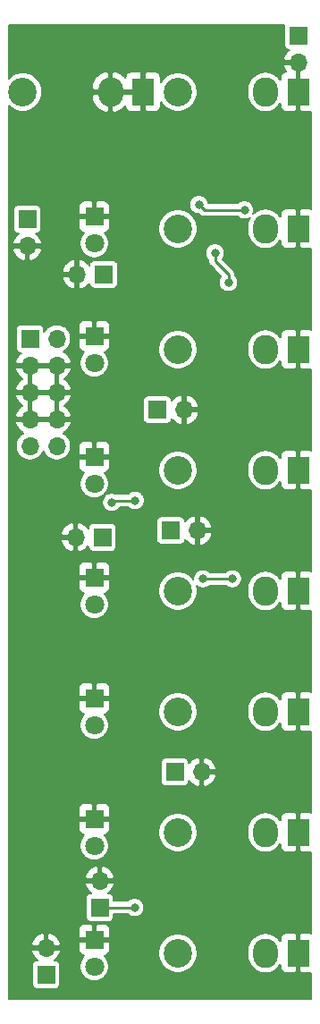
<source format=gbl>
G04 #@! TF.GenerationSoftware,KiCad,Pcbnew,(5.1.10)-1*
G04 #@! TF.CreationDate,2021-11-26T00:00:13+01:00*
G04 #@! TF.ProjectId,clockdiv,636c6f63-6b64-4697-962e-6b696361645f,rev?*
G04 #@! TF.SameCoordinates,Original*
G04 #@! TF.FileFunction,Copper,L2,Bot*
G04 #@! TF.FilePolarity,Positive*
%FSLAX46Y46*%
G04 Gerber Fmt 4.6, Leading zero omitted, Abs format (unit mm)*
G04 Created by KiCad (PCBNEW (5.1.10)-1) date 2021-11-26 00:00:13*
%MOMM*%
%LPD*%
G01*
G04 APERTURE LIST*
G04 #@! TA.AperFunction,ComponentPad*
%ADD10O,1.700000X1.700000*%
G04 #@! TD*
G04 #@! TA.AperFunction,ComponentPad*
%ADD11R,1.700000X1.700000*%
G04 #@! TD*
G04 #@! TA.AperFunction,ComponentPad*
%ADD12O,2.350000X2.800000*%
G04 #@! TD*
G04 #@! TA.AperFunction,ComponentPad*
%ADD13R,2.150000X2.600000*%
G04 #@! TD*
G04 #@! TA.AperFunction,ComponentPad*
%ADD14C,2.700000*%
G04 #@! TD*
G04 #@! TA.AperFunction,ComponentPad*
%ADD15C,1.800000*%
G04 #@! TD*
G04 #@! TA.AperFunction,ComponentPad*
%ADD16R,1.800000X1.800000*%
G04 #@! TD*
G04 #@! TA.AperFunction,ViaPad*
%ADD17C,0.800000*%
G04 #@! TD*
G04 #@! TA.AperFunction,Conductor*
%ADD18C,0.250000*%
G04 #@! TD*
G04 #@! TA.AperFunction,Conductor*
%ADD19C,0.200000*%
G04 #@! TD*
G04 #@! TA.AperFunction,Conductor*
%ADD20C,0.100000*%
G04 #@! TD*
G04 APERTURE END LIST*
D10*
G04 #@! TO.P,J19,2*
G04 #@! TO.N,GNDREF*
X111760000Y-164084000D03*
D11*
G04 #@! TO.P,J19,1*
G04 #@! TO.N,Net-(J19-Pad1)*
X111760000Y-166624000D03*
G04 #@! TD*
D10*
G04 #@! TO.P,J18,2*
G04 #@! TO.N,GNDREF*
X116840000Y-157734000D03*
D11*
G04 #@! TO.P,J18,1*
G04 #@! TO.N,Net-(J18-Pad1)*
X116840000Y-160274000D03*
G04 #@! TD*
D10*
G04 #@! TO.P,J17,2*
G04 #@! TO.N,GNDREF*
X126492000Y-147447000D03*
D11*
G04 #@! TO.P,J17,1*
G04 #@! TO.N,Net-(J17-Pad1)*
X123952000Y-147447000D03*
G04 #@! TD*
D10*
G04 #@! TO.P,J16,2*
G04 #@! TO.N,GNDREF*
X126111000Y-124587000D03*
D11*
G04 #@! TO.P,J16,1*
G04 #@! TO.N,Net-(J16-Pad1)*
X123571000Y-124587000D03*
G04 #@! TD*
D10*
G04 #@! TO.P,J15,2*
G04 #@! TO.N,GNDREF*
X124841000Y-113157000D03*
D11*
G04 #@! TO.P,J15,1*
G04 #@! TO.N,Net-(J15-Pad1)*
X122301000Y-113157000D03*
G04 #@! TD*
D10*
G04 #@! TO.P,J14,2*
G04 #@! TO.N,GNDREF*
X114554000Y-125222000D03*
D11*
G04 #@! TO.P,J14,1*
G04 #@! TO.N,Net-(J14-Pad1)*
X117094000Y-125222000D03*
G04 #@! TD*
D10*
G04 #@! TO.P,J13,2*
G04 #@! TO.N,GNDREF*
X114681000Y-100330000D03*
D11*
G04 #@! TO.P,J13,1*
G04 #@! TO.N,Net-(J13-Pad1)*
X117221000Y-100330000D03*
G04 #@! TD*
D12*
G04 #@! TO.P,J2,TN*
G04 #@! TO.N,GNDREF*
X117856000Y-83058000D03*
D13*
G04 #@! TO.P,J2,S*
X120956000Y-83058000D03*
D14*
G04 #@! TO.P,J2,T*
G04 #@! TO.N,Net-(D2-Pad2)*
X109556000Y-83058000D03*
G04 #@! TD*
D10*
G04 #@! TO.P,J10,2*
G04 #@! TO.N,GNDREF*
X135636000Y-80264000D03*
D11*
G04 #@! TO.P,J10,1*
G04 #@! TO.N,Net-(J1-PadTN)*
X135636000Y-77724000D03*
G04 #@! TD*
D10*
G04 #@! TO.P,J3,2*
G04 #@! TO.N,GNDREF*
X109982000Y-97663000D03*
D11*
G04 #@! TO.P,J3,1*
G04 #@! TO.N,Net-(D3-Pad2)*
X109982000Y-95123000D03*
G04 #@! TD*
D12*
G04 #@! TO.P,J12,TN*
G04 #@! TO.N,Net-(J12-PadTN)*
X132536000Y-164592000D03*
D13*
G04 #@! TO.P,J12,S*
G04 #@! TO.N,GNDREF*
X135636000Y-164592000D03*
D14*
G04 #@! TO.P,J12,T*
G04 #@! TO.N,Net-(D19-Pad1)*
X124236000Y-164592000D03*
G04 #@! TD*
D15*
G04 #@! TO.P,D6,2*
G04 #@! TO.N,Net-(D6-Pad2)*
X116332000Y-165862000D03*
D16*
G04 #@! TO.P,D6,1*
G04 #@! TO.N,GNDREF*
X116332000Y-163322000D03*
G04 #@! TD*
D10*
G04 #@! TO.P,J11,10*
G04 #@! TO.N,Net-(J11-Pad10)*
X112776000Y-116586000D03*
G04 #@! TO.P,J11,9*
X110236000Y-116586000D03*
G04 #@! TO.P,J11,8*
G04 #@! TO.N,GNDREF*
X112776000Y-114046000D03*
G04 #@! TO.P,J11,7*
X110236000Y-114046000D03*
G04 #@! TO.P,J11,6*
X112776000Y-111506000D03*
G04 #@! TO.P,J11,5*
X110236000Y-111506000D03*
G04 #@! TO.P,J11,4*
X112776000Y-108966000D03*
G04 #@! TO.P,J11,3*
X110236000Y-108966000D03*
G04 #@! TO.P,J11,2*
G04 #@! TO.N,Net-(D5-Pad2)*
X112776000Y-106426000D03*
D11*
G04 #@! TO.P,J11,1*
X110236000Y-106426000D03*
G04 #@! TD*
D15*
G04 #@! TO.P,D12,2*
G04 #@! TO.N,Net-(D12-Pad2)*
X116332000Y-154432000D03*
D16*
G04 #@! TO.P,D12,1*
G04 #@! TO.N,GNDREF*
X116332000Y-151892000D03*
G04 #@! TD*
D15*
G04 #@! TO.P,D11,2*
G04 #@! TO.N,Net-(D11-Pad2)*
X116332000Y-143002000D03*
D16*
G04 #@! TO.P,D11,1*
G04 #@! TO.N,GNDREF*
X116332000Y-140462000D03*
G04 #@! TD*
D15*
G04 #@! TO.P,D10,2*
G04 #@! TO.N,Net-(D10-Pad2)*
X116332000Y-131572000D03*
D16*
G04 #@! TO.P,D10,1*
G04 #@! TO.N,GNDREF*
X116332000Y-129032000D03*
G04 #@! TD*
D15*
G04 #@! TO.P,D9,2*
G04 #@! TO.N,Net-(D9-Pad2)*
X116332000Y-108712000D03*
D16*
G04 #@! TO.P,D9,1*
G04 #@! TO.N,GNDREF*
X116332000Y-106172000D03*
G04 #@! TD*
D15*
G04 #@! TO.P,D8,2*
G04 #@! TO.N,Net-(D8-Pad2)*
X116332000Y-120142000D03*
D16*
G04 #@! TO.P,D8,1*
G04 #@! TO.N,GNDREF*
X116332000Y-117602000D03*
G04 #@! TD*
D15*
G04 #@! TO.P,D7,2*
G04 #@! TO.N,Net-(D7-Pad2)*
X116332000Y-97409000D03*
D16*
G04 #@! TO.P,D7,1*
G04 #@! TO.N,GNDREF*
X116332000Y-94869000D03*
G04 #@! TD*
D12*
G04 #@! TO.P,J9,TN*
G04 #@! TO.N,Net-(J9-PadTN)*
X132536000Y-153162000D03*
D13*
G04 #@! TO.P,J9,S*
G04 #@! TO.N,GNDREF*
X135636000Y-153162000D03*
D14*
G04 #@! TO.P,J9,T*
G04 #@! TO.N,Net-(D18-Pad1)*
X124236000Y-153162000D03*
G04 #@! TD*
D12*
G04 #@! TO.P,J8,TN*
G04 #@! TO.N,Net-(J8-PadTN)*
X132536000Y-141732000D03*
D13*
G04 #@! TO.P,J8,S*
G04 #@! TO.N,GNDREF*
X135636000Y-141732000D03*
D14*
G04 #@! TO.P,J8,T*
G04 #@! TO.N,Net-(D17-Pad1)*
X124236000Y-141732000D03*
G04 #@! TD*
D12*
G04 #@! TO.P,J7,TN*
G04 #@! TO.N,Net-(J7-PadTN)*
X132536000Y-130302000D03*
D13*
G04 #@! TO.P,J7,S*
G04 #@! TO.N,GNDREF*
X135636000Y-130302000D03*
D14*
G04 #@! TO.P,J7,T*
G04 #@! TO.N,Net-(D16-Pad1)*
X124236000Y-130302000D03*
G04 #@! TD*
D12*
G04 #@! TO.P,J6,TN*
G04 #@! TO.N,Net-(J6-PadTN)*
X132536000Y-107442000D03*
D13*
G04 #@! TO.P,J6,S*
G04 #@! TO.N,GNDREF*
X135636000Y-107442000D03*
D14*
G04 #@! TO.P,J6,T*
G04 #@! TO.N,Net-(D15-Pad1)*
X124236000Y-107442000D03*
G04 #@! TD*
D12*
G04 #@! TO.P,J5,TN*
G04 #@! TO.N,Net-(J5-PadTN)*
X132536000Y-118872000D03*
D13*
G04 #@! TO.P,J5,S*
G04 #@! TO.N,GNDREF*
X135636000Y-118872000D03*
D14*
G04 #@! TO.P,J5,T*
G04 #@! TO.N,Net-(D14-Pad1)*
X124236000Y-118872000D03*
G04 #@! TD*
D12*
G04 #@! TO.P,J4,TN*
G04 #@! TO.N,Net-(J4-PadTN)*
X132536000Y-96012000D03*
D13*
G04 #@! TO.P,J4,S*
G04 #@! TO.N,GNDREF*
X135636000Y-96012000D03*
D14*
G04 #@! TO.P,J4,T*
G04 #@! TO.N,Net-(D13-Pad1)*
X124236000Y-96012000D03*
G04 #@! TD*
D12*
G04 #@! TO.P,J1,TN*
G04 #@! TO.N,Net-(J1-PadTN)*
X132536000Y-83058000D03*
D13*
G04 #@! TO.P,J1,S*
G04 #@! TO.N,GNDREF*
X135636000Y-83058000D03*
D14*
G04 #@! TO.P,J1,T*
G04 #@! TO.N,Net-(D1-Pad2)*
X124236000Y-83058000D03*
G04 #@! TD*
D17*
G04 #@! TO.N,GNDREF*
X116332000Y-114554000D03*
X116332000Y-112268000D03*
X131572000Y-90170000D03*
X132842000Y-91948000D03*
X131572000Y-93726000D03*
X110744000Y-86106000D03*
X130048000Y-82296000D03*
X115316000Y-133604000D03*
X110617000Y-126619000D03*
X111887000Y-126619000D03*
X119126000Y-102362000D03*
X112395000Y-147066000D03*
X112014000Y-88138000D03*
X116840000Y-86360000D03*
X110744000Y-143002000D03*
X112395000Y-142875000D03*
X109093000Y-142875000D03*
X117475000Y-133604000D03*
X112014000Y-136398000D03*
X114173000Y-135001000D03*
X114173000Y-139954000D03*
X114173000Y-141351000D03*
X118872000Y-92964000D03*
X122301000Y-102743000D03*
X123698000Y-150241000D03*
X122809000Y-136525000D03*
X129286000Y-162560000D03*
X114300000Y-128016000D03*
X119634000Y-101473000D03*
X115824000Y-122428000D03*
X117856000Y-115570000D03*
G04 #@! TO.N,Net-(Q7-Pad2)*
X120203000Y-121732000D03*
X117983000Y-121920000D03*
G04 #@! TO.N,/divider/OUT4*
X126619000Y-129159000D03*
X129413000Y-129159000D03*
G04 #@! TO.N,/divider/OUT6*
X127762000Y-98298000D03*
X129032000Y-101092000D03*
G04 #@! TO.N,/divider/OUT7*
X126238000Y-93726000D03*
X130556000Y-94234000D03*
G04 #@! TO.N,Net-(J18-Pad1)*
X120142000Y-160274000D03*
G04 #@! TD*
D18*
G04 #@! TO.N,Net-(Q7-Pad2)*
X118171000Y-121732000D02*
X117983000Y-121920000D01*
X120203000Y-121732000D02*
X118171000Y-121732000D01*
G04 #@! TO.N,/divider/OUT4*
X126619000Y-129159000D02*
X129413000Y-129159000D01*
G04 #@! TO.N,/divider/OUT6*
X127762000Y-98298000D02*
X127762000Y-98552000D01*
X127762000Y-99060000D02*
X129032000Y-100330000D01*
X127762000Y-99060000D02*
X127762000Y-98298000D01*
X129032000Y-100330000D02*
X129032000Y-101092000D01*
G04 #@! TO.N,/divider/OUT7*
X126238000Y-93726000D02*
X126746000Y-94234000D01*
X126746000Y-94234000D02*
X130556000Y-94234000D01*
G04 #@! TO.N,Net-(J18-Pad1)*
X116840000Y-160274000D02*
X120142000Y-160274000D01*
G04 #@! TD*
D19*
G04 #@! TO.N,GNDREF*
X134293235Y-76775983D02*
X134283581Y-76874000D01*
X134283581Y-78574000D01*
X134293235Y-78672017D01*
X134321825Y-78766267D01*
X134368254Y-78853129D01*
X134430736Y-78929264D01*
X134506871Y-78991746D01*
X134593733Y-79038175D01*
X134687983Y-79066765D01*
X134786000Y-79076419D01*
X134798233Y-79076419D01*
X134747148Y-79108264D01*
X134538754Y-79303878D01*
X134372527Y-79536389D01*
X134254854Y-79796861D01*
X134228097Y-79885090D01*
X134339111Y-80110000D01*
X135482000Y-80110000D01*
X135482000Y-80090000D01*
X135790000Y-80090000D01*
X135790000Y-80110000D01*
X135810000Y-80110000D01*
X135810000Y-80418000D01*
X135790000Y-80418000D01*
X135790000Y-82904000D01*
X135810000Y-82904000D01*
X135810000Y-83212000D01*
X135790000Y-83212000D01*
X135790000Y-84814000D01*
X135942000Y-84966000D01*
X136711000Y-84968942D01*
X136830189Y-84957203D01*
X136889001Y-84939363D01*
X136889001Y-94130637D01*
X136830189Y-94112797D01*
X136711000Y-94101058D01*
X135942000Y-94104000D01*
X135790000Y-94256000D01*
X135790000Y-95858000D01*
X135810000Y-95858000D01*
X135810000Y-96166000D01*
X135790000Y-96166000D01*
X135790000Y-97768000D01*
X135942000Y-97920000D01*
X136711000Y-97922942D01*
X136830189Y-97911203D01*
X136889001Y-97893363D01*
X136889001Y-105560637D01*
X136830189Y-105542797D01*
X136711000Y-105531058D01*
X135942000Y-105534000D01*
X135790000Y-105686000D01*
X135790000Y-107288000D01*
X135810000Y-107288000D01*
X135810000Y-107596000D01*
X135790000Y-107596000D01*
X135790000Y-109198000D01*
X135942000Y-109350000D01*
X136711000Y-109352942D01*
X136830189Y-109341203D01*
X136889001Y-109323363D01*
X136889001Y-116990637D01*
X136830189Y-116972797D01*
X136711000Y-116961058D01*
X135942000Y-116964000D01*
X135790000Y-117116000D01*
X135790000Y-118718000D01*
X135810000Y-118718000D01*
X135810000Y-119026000D01*
X135790000Y-119026000D01*
X135790000Y-120628000D01*
X135942000Y-120780000D01*
X136711000Y-120782942D01*
X136830189Y-120771203D01*
X136889001Y-120753363D01*
X136889000Y-128420637D01*
X136830189Y-128402797D01*
X136711000Y-128391058D01*
X135942000Y-128394000D01*
X135790000Y-128546000D01*
X135790000Y-130148000D01*
X135810000Y-130148000D01*
X135810000Y-130456000D01*
X135790000Y-130456000D01*
X135790000Y-132058000D01*
X135942000Y-132210000D01*
X136711000Y-132212942D01*
X136830189Y-132201203D01*
X136889000Y-132183363D01*
X136889000Y-139850637D01*
X136830189Y-139832797D01*
X136711000Y-139821058D01*
X135942000Y-139824000D01*
X135790000Y-139976000D01*
X135790000Y-141578000D01*
X135810000Y-141578000D01*
X135810000Y-141886000D01*
X135790000Y-141886000D01*
X135790000Y-143488000D01*
X135942000Y-143640000D01*
X136711000Y-143642942D01*
X136830189Y-143631203D01*
X136889000Y-143613363D01*
X136889000Y-151280637D01*
X136830189Y-151262797D01*
X136711000Y-151251058D01*
X135942000Y-151254000D01*
X135790000Y-151406000D01*
X135790000Y-153008000D01*
X135810000Y-153008000D01*
X135810000Y-153316000D01*
X135790000Y-153316000D01*
X135790000Y-154918000D01*
X135942000Y-155070000D01*
X136711000Y-155072942D01*
X136830189Y-155061203D01*
X136889000Y-155043363D01*
X136889000Y-162710637D01*
X136830189Y-162692797D01*
X136711000Y-162681058D01*
X135942000Y-162684000D01*
X135790000Y-162836000D01*
X135790000Y-164438000D01*
X135810000Y-164438000D01*
X135810000Y-164746000D01*
X135790000Y-164746000D01*
X135790000Y-166348000D01*
X135942000Y-166500000D01*
X136711000Y-166502942D01*
X136830189Y-166491203D01*
X136889000Y-166473363D01*
X136889000Y-168893000D01*
X108221000Y-168893000D01*
X108221000Y-164462910D01*
X110352097Y-164462910D01*
X110378854Y-164551139D01*
X110496527Y-164811611D01*
X110662754Y-165044122D01*
X110871148Y-165239736D01*
X110922233Y-165271581D01*
X110910000Y-165271581D01*
X110811983Y-165281235D01*
X110717733Y-165309825D01*
X110630871Y-165356254D01*
X110554736Y-165418736D01*
X110492254Y-165494871D01*
X110445825Y-165581733D01*
X110417235Y-165675983D01*
X110407581Y-165774000D01*
X110407581Y-167474000D01*
X110417235Y-167572017D01*
X110445825Y-167666267D01*
X110492254Y-167753129D01*
X110554736Y-167829264D01*
X110630871Y-167891746D01*
X110717733Y-167938175D01*
X110811983Y-167966765D01*
X110910000Y-167976419D01*
X112610000Y-167976419D01*
X112708017Y-167966765D01*
X112802267Y-167938175D01*
X112889129Y-167891746D01*
X112965264Y-167829264D01*
X113027746Y-167753129D01*
X113074175Y-167666267D01*
X113102765Y-167572017D01*
X113112419Y-167474000D01*
X113112419Y-165774000D01*
X113102765Y-165675983D01*
X113074175Y-165581733D01*
X113027746Y-165494871D01*
X112965264Y-165418736D01*
X112889129Y-165356254D01*
X112802267Y-165309825D01*
X112708017Y-165281235D01*
X112610000Y-165271581D01*
X112597767Y-165271581D01*
X112648852Y-165239736D01*
X112857246Y-165044122D01*
X113023473Y-164811611D01*
X113141146Y-164551139D01*
X113167903Y-164462910D01*
X113056889Y-164238000D01*
X111914000Y-164238000D01*
X111914000Y-164258000D01*
X111606000Y-164258000D01*
X111606000Y-164238000D01*
X110463111Y-164238000D01*
X110352097Y-164462910D01*
X108221000Y-164462910D01*
X108221000Y-164222000D01*
X114821058Y-164222000D01*
X114832797Y-164341189D01*
X114867563Y-164455797D01*
X114924020Y-164561421D01*
X114999999Y-164654001D01*
X115092579Y-164729980D01*
X115198203Y-164786437D01*
X115312811Y-164821203D01*
X115385717Y-164828384D01*
X115244549Y-164969552D01*
X115091336Y-165198851D01*
X114985801Y-165453635D01*
X114932000Y-165724112D01*
X114932000Y-165999888D01*
X114985801Y-166270365D01*
X115091336Y-166525149D01*
X115244549Y-166754448D01*
X115439552Y-166949451D01*
X115668851Y-167102664D01*
X115923635Y-167208199D01*
X116194112Y-167262000D01*
X116469888Y-167262000D01*
X116740365Y-167208199D01*
X116995149Y-167102664D01*
X117224448Y-166949451D01*
X117419451Y-166754448D01*
X117572664Y-166525149D01*
X117678199Y-166270365D01*
X117732000Y-165999888D01*
X117732000Y-165724112D01*
X117678199Y-165453635D01*
X117572664Y-165198851D01*
X117419451Y-164969552D01*
X117278283Y-164828384D01*
X117351189Y-164821203D01*
X117465797Y-164786437D01*
X117571421Y-164729980D01*
X117664001Y-164654001D01*
X117739980Y-164561421D01*
X117796437Y-164455797D01*
X117810392Y-164409791D01*
X122386000Y-164409791D01*
X122386000Y-164774209D01*
X122457095Y-165131625D01*
X122596552Y-165468303D01*
X122799011Y-165771306D01*
X123056694Y-166028989D01*
X123359697Y-166231448D01*
X123696375Y-166370905D01*
X124053791Y-166442000D01*
X124418209Y-166442000D01*
X124775625Y-166370905D01*
X125112303Y-166231448D01*
X125415306Y-166028989D01*
X125672989Y-165771306D01*
X125875448Y-165468303D01*
X126014905Y-165131625D01*
X126086000Y-164774209D01*
X126086000Y-164409791D01*
X126061122Y-164284718D01*
X130861000Y-164284718D01*
X130861000Y-164899281D01*
X130885236Y-165145356D01*
X130981015Y-165461095D01*
X131136550Y-165752081D01*
X131345866Y-166007134D01*
X131600918Y-166216450D01*
X131891904Y-166371985D01*
X132207643Y-166467764D01*
X132536000Y-166500104D01*
X132864356Y-166467764D01*
X133180095Y-166371985D01*
X133471081Y-166216450D01*
X133726134Y-166007134D01*
X133935450Y-165752082D01*
X133950556Y-165723821D01*
X133950058Y-165892000D01*
X133961797Y-166011189D01*
X133996563Y-166125797D01*
X134053020Y-166231421D01*
X134128999Y-166324001D01*
X134221579Y-166399980D01*
X134327203Y-166456437D01*
X134441811Y-166491203D01*
X134561000Y-166502942D01*
X135330000Y-166500000D01*
X135482000Y-166348000D01*
X135482000Y-164746000D01*
X135462000Y-164746000D01*
X135462000Y-164438000D01*
X135482000Y-164438000D01*
X135482000Y-162836000D01*
X135330000Y-162684000D01*
X134561000Y-162681058D01*
X134441811Y-162692797D01*
X134327203Y-162727563D01*
X134221579Y-162784020D01*
X134128999Y-162859999D01*
X134053020Y-162952579D01*
X133996563Y-163058203D01*
X133961797Y-163172811D01*
X133950058Y-163292000D01*
X133950556Y-163460179D01*
X133935450Y-163431918D01*
X133726134Y-163176866D01*
X133471082Y-162967550D01*
X133180096Y-162812015D01*
X132864357Y-162716236D01*
X132536000Y-162683896D01*
X132207644Y-162716236D01*
X131891905Y-162812015D01*
X131600919Y-162967550D01*
X131345866Y-163176866D01*
X131136550Y-163431918D01*
X130981015Y-163722904D01*
X130885236Y-164038643D01*
X130861000Y-164284718D01*
X126061122Y-164284718D01*
X126014905Y-164052375D01*
X125875448Y-163715697D01*
X125672989Y-163412694D01*
X125415306Y-163155011D01*
X125112303Y-162952552D01*
X124775625Y-162813095D01*
X124418209Y-162742000D01*
X124053791Y-162742000D01*
X123696375Y-162813095D01*
X123359697Y-162952552D01*
X123056694Y-163155011D01*
X122799011Y-163412694D01*
X122596552Y-163715697D01*
X122457095Y-164052375D01*
X122386000Y-164409791D01*
X117810392Y-164409791D01*
X117831203Y-164341189D01*
X117842942Y-164222000D01*
X117840000Y-163628000D01*
X117688000Y-163476000D01*
X116486000Y-163476000D01*
X116486000Y-163496000D01*
X116178000Y-163496000D01*
X116178000Y-163476000D01*
X114976000Y-163476000D01*
X114824000Y-163628000D01*
X114821058Y-164222000D01*
X108221000Y-164222000D01*
X108221000Y-163705090D01*
X110352097Y-163705090D01*
X110463111Y-163930000D01*
X111606000Y-163930000D01*
X111606000Y-162786150D01*
X111914000Y-162786150D01*
X111914000Y-163930000D01*
X113056889Y-163930000D01*
X113167903Y-163705090D01*
X113141146Y-163616861D01*
X113023473Y-163356389D01*
X112857246Y-163123878D01*
X112648852Y-162928264D01*
X112406300Y-162777065D01*
X112138911Y-162676091D01*
X111914000Y-162786150D01*
X111606000Y-162786150D01*
X111381089Y-162676091D01*
X111113700Y-162777065D01*
X110871148Y-162928264D01*
X110662754Y-163123878D01*
X110496527Y-163356389D01*
X110378854Y-163616861D01*
X110352097Y-163705090D01*
X108221000Y-163705090D01*
X108221000Y-162422000D01*
X114821058Y-162422000D01*
X114824000Y-163016000D01*
X114976000Y-163168000D01*
X116178000Y-163168000D01*
X116178000Y-161966000D01*
X116486000Y-161966000D01*
X116486000Y-163168000D01*
X117688000Y-163168000D01*
X117840000Y-163016000D01*
X117842942Y-162422000D01*
X117831203Y-162302811D01*
X117796437Y-162188203D01*
X117739980Y-162082579D01*
X117664001Y-161989999D01*
X117571421Y-161914020D01*
X117465797Y-161857563D01*
X117351189Y-161822797D01*
X117232000Y-161811058D01*
X116638000Y-161814000D01*
X116486000Y-161966000D01*
X116178000Y-161966000D01*
X116026000Y-161814000D01*
X115432000Y-161811058D01*
X115312811Y-161822797D01*
X115198203Y-161857563D01*
X115092579Y-161914020D01*
X114999999Y-161989999D01*
X114924020Y-162082579D01*
X114867563Y-162188203D01*
X114832797Y-162302811D01*
X114821058Y-162422000D01*
X108221000Y-162422000D01*
X108221000Y-158112910D01*
X115432097Y-158112910D01*
X115458854Y-158201139D01*
X115576527Y-158461611D01*
X115742754Y-158694122D01*
X115951148Y-158889736D01*
X116002233Y-158921581D01*
X115990000Y-158921581D01*
X115891983Y-158931235D01*
X115797733Y-158959825D01*
X115710871Y-159006254D01*
X115634736Y-159068736D01*
X115572254Y-159144871D01*
X115525825Y-159231733D01*
X115497235Y-159325983D01*
X115487581Y-159424000D01*
X115487581Y-161124000D01*
X115497235Y-161222017D01*
X115525825Y-161316267D01*
X115572254Y-161403129D01*
X115634736Y-161479264D01*
X115710871Y-161541746D01*
X115797733Y-161588175D01*
X115891983Y-161616765D01*
X115990000Y-161626419D01*
X117690000Y-161626419D01*
X117788017Y-161616765D01*
X117882267Y-161588175D01*
X117969129Y-161541746D01*
X118045264Y-161479264D01*
X118107746Y-161403129D01*
X118154175Y-161316267D01*
X118182765Y-161222017D01*
X118192419Y-161124000D01*
X118192419Y-160899000D01*
X119494207Y-160899000D01*
X119568283Y-160973076D01*
X119715690Y-161071570D01*
X119879480Y-161139414D01*
X120053358Y-161174000D01*
X120230642Y-161174000D01*
X120404520Y-161139414D01*
X120568310Y-161071570D01*
X120715717Y-160973076D01*
X120841076Y-160847717D01*
X120939570Y-160700310D01*
X121007414Y-160536520D01*
X121042000Y-160362642D01*
X121042000Y-160185358D01*
X121007414Y-160011480D01*
X120939570Y-159847690D01*
X120841076Y-159700283D01*
X120715717Y-159574924D01*
X120568310Y-159476430D01*
X120404520Y-159408586D01*
X120230642Y-159374000D01*
X120053358Y-159374000D01*
X119879480Y-159408586D01*
X119715690Y-159476430D01*
X119568283Y-159574924D01*
X119494207Y-159649000D01*
X118192419Y-159649000D01*
X118192419Y-159424000D01*
X118182765Y-159325983D01*
X118154175Y-159231733D01*
X118107746Y-159144871D01*
X118045264Y-159068736D01*
X117969129Y-159006254D01*
X117882267Y-158959825D01*
X117788017Y-158931235D01*
X117690000Y-158921581D01*
X117677767Y-158921581D01*
X117728852Y-158889736D01*
X117937246Y-158694122D01*
X118103473Y-158461611D01*
X118221146Y-158201139D01*
X118247903Y-158112910D01*
X118136889Y-157888000D01*
X116994000Y-157888000D01*
X116994000Y-157908000D01*
X116686000Y-157908000D01*
X116686000Y-157888000D01*
X115543111Y-157888000D01*
X115432097Y-158112910D01*
X108221000Y-158112910D01*
X108221000Y-157355090D01*
X115432097Y-157355090D01*
X115543111Y-157580000D01*
X116686000Y-157580000D01*
X116686000Y-156436150D01*
X116994000Y-156436150D01*
X116994000Y-157580000D01*
X118136889Y-157580000D01*
X118247903Y-157355090D01*
X118221146Y-157266861D01*
X118103473Y-157006389D01*
X117937246Y-156773878D01*
X117728852Y-156578264D01*
X117486300Y-156427065D01*
X117218911Y-156326091D01*
X116994000Y-156436150D01*
X116686000Y-156436150D01*
X116461089Y-156326091D01*
X116193700Y-156427065D01*
X115951148Y-156578264D01*
X115742754Y-156773878D01*
X115576527Y-157006389D01*
X115458854Y-157266861D01*
X115432097Y-157355090D01*
X108221000Y-157355090D01*
X108221000Y-152792000D01*
X114821058Y-152792000D01*
X114832797Y-152911189D01*
X114867563Y-153025797D01*
X114924020Y-153131421D01*
X114999999Y-153224001D01*
X115092579Y-153299980D01*
X115198203Y-153356437D01*
X115312811Y-153391203D01*
X115385717Y-153398384D01*
X115244549Y-153539552D01*
X115091336Y-153768851D01*
X114985801Y-154023635D01*
X114932000Y-154294112D01*
X114932000Y-154569888D01*
X114985801Y-154840365D01*
X115091336Y-155095149D01*
X115244549Y-155324448D01*
X115439552Y-155519451D01*
X115668851Y-155672664D01*
X115923635Y-155778199D01*
X116194112Y-155832000D01*
X116469888Y-155832000D01*
X116740365Y-155778199D01*
X116995149Y-155672664D01*
X117224448Y-155519451D01*
X117419451Y-155324448D01*
X117572664Y-155095149D01*
X117678199Y-154840365D01*
X117732000Y-154569888D01*
X117732000Y-154294112D01*
X117678199Y-154023635D01*
X117572664Y-153768851D01*
X117419451Y-153539552D01*
X117278283Y-153398384D01*
X117351189Y-153391203D01*
X117465797Y-153356437D01*
X117571421Y-153299980D01*
X117664001Y-153224001D01*
X117739980Y-153131421D01*
X117796437Y-153025797D01*
X117810392Y-152979791D01*
X122386000Y-152979791D01*
X122386000Y-153344209D01*
X122457095Y-153701625D01*
X122596552Y-154038303D01*
X122799011Y-154341306D01*
X123056694Y-154598989D01*
X123359697Y-154801448D01*
X123696375Y-154940905D01*
X124053791Y-155012000D01*
X124418209Y-155012000D01*
X124775625Y-154940905D01*
X125112303Y-154801448D01*
X125415306Y-154598989D01*
X125672989Y-154341306D01*
X125875448Y-154038303D01*
X126014905Y-153701625D01*
X126086000Y-153344209D01*
X126086000Y-152979791D01*
X126061122Y-152854718D01*
X130861000Y-152854718D01*
X130861000Y-153469281D01*
X130885236Y-153715356D01*
X130981015Y-154031095D01*
X131136550Y-154322081D01*
X131345866Y-154577134D01*
X131600918Y-154786450D01*
X131891904Y-154941985D01*
X132207643Y-155037764D01*
X132536000Y-155070104D01*
X132864356Y-155037764D01*
X133180095Y-154941985D01*
X133471081Y-154786450D01*
X133726134Y-154577134D01*
X133935450Y-154322082D01*
X133950556Y-154293821D01*
X133950058Y-154462000D01*
X133961797Y-154581189D01*
X133996563Y-154695797D01*
X134053020Y-154801421D01*
X134128999Y-154894001D01*
X134221579Y-154969980D01*
X134327203Y-155026437D01*
X134441811Y-155061203D01*
X134561000Y-155072942D01*
X135330000Y-155070000D01*
X135482000Y-154918000D01*
X135482000Y-153316000D01*
X135462000Y-153316000D01*
X135462000Y-153008000D01*
X135482000Y-153008000D01*
X135482000Y-151406000D01*
X135330000Y-151254000D01*
X134561000Y-151251058D01*
X134441811Y-151262797D01*
X134327203Y-151297563D01*
X134221579Y-151354020D01*
X134128999Y-151429999D01*
X134053020Y-151522579D01*
X133996563Y-151628203D01*
X133961797Y-151742811D01*
X133950058Y-151862000D01*
X133950556Y-152030179D01*
X133935450Y-152001918D01*
X133726134Y-151746866D01*
X133471082Y-151537550D01*
X133180096Y-151382015D01*
X132864357Y-151286236D01*
X132536000Y-151253896D01*
X132207644Y-151286236D01*
X131891905Y-151382015D01*
X131600919Y-151537550D01*
X131345866Y-151746866D01*
X131136550Y-152001918D01*
X130981015Y-152292904D01*
X130885236Y-152608643D01*
X130861000Y-152854718D01*
X126061122Y-152854718D01*
X126014905Y-152622375D01*
X125875448Y-152285697D01*
X125672989Y-151982694D01*
X125415306Y-151725011D01*
X125112303Y-151522552D01*
X124775625Y-151383095D01*
X124418209Y-151312000D01*
X124053791Y-151312000D01*
X123696375Y-151383095D01*
X123359697Y-151522552D01*
X123056694Y-151725011D01*
X122799011Y-151982694D01*
X122596552Y-152285697D01*
X122457095Y-152622375D01*
X122386000Y-152979791D01*
X117810392Y-152979791D01*
X117831203Y-152911189D01*
X117842942Y-152792000D01*
X117840000Y-152198000D01*
X117688000Y-152046000D01*
X116486000Y-152046000D01*
X116486000Y-152066000D01*
X116178000Y-152066000D01*
X116178000Y-152046000D01*
X114976000Y-152046000D01*
X114824000Y-152198000D01*
X114821058Y-152792000D01*
X108221000Y-152792000D01*
X108221000Y-150992000D01*
X114821058Y-150992000D01*
X114824000Y-151586000D01*
X114976000Y-151738000D01*
X116178000Y-151738000D01*
X116178000Y-150536000D01*
X116486000Y-150536000D01*
X116486000Y-151738000D01*
X117688000Y-151738000D01*
X117840000Y-151586000D01*
X117842942Y-150992000D01*
X117831203Y-150872811D01*
X117796437Y-150758203D01*
X117739980Y-150652579D01*
X117664001Y-150559999D01*
X117571421Y-150484020D01*
X117465797Y-150427563D01*
X117351189Y-150392797D01*
X117232000Y-150381058D01*
X116638000Y-150384000D01*
X116486000Y-150536000D01*
X116178000Y-150536000D01*
X116026000Y-150384000D01*
X115432000Y-150381058D01*
X115312811Y-150392797D01*
X115198203Y-150427563D01*
X115092579Y-150484020D01*
X114999999Y-150559999D01*
X114924020Y-150652579D01*
X114867563Y-150758203D01*
X114832797Y-150872811D01*
X114821058Y-150992000D01*
X108221000Y-150992000D01*
X108221000Y-146597000D01*
X122599581Y-146597000D01*
X122599581Y-148297000D01*
X122609235Y-148395017D01*
X122637825Y-148489267D01*
X122684254Y-148576129D01*
X122746736Y-148652264D01*
X122822871Y-148714746D01*
X122909733Y-148761175D01*
X123003983Y-148789765D01*
X123102000Y-148799419D01*
X124802000Y-148799419D01*
X124900017Y-148789765D01*
X124994267Y-148761175D01*
X125081129Y-148714746D01*
X125157264Y-148652264D01*
X125219746Y-148576129D01*
X125266175Y-148489267D01*
X125294765Y-148395017D01*
X125304419Y-148297000D01*
X125304419Y-148284767D01*
X125336264Y-148335852D01*
X125531878Y-148544246D01*
X125764389Y-148710473D01*
X126024861Y-148828146D01*
X126113090Y-148854903D01*
X126338000Y-148743889D01*
X126338000Y-147601000D01*
X126646000Y-147601000D01*
X126646000Y-148743889D01*
X126870910Y-148854903D01*
X126959139Y-148828146D01*
X127219611Y-148710473D01*
X127452122Y-148544246D01*
X127647736Y-148335852D01*
X127798935Y-148093300D01*
X127899909Y-147825911D01*
X127789850Y-147601000D01*
X126646000Y-147601000D01*
X126338000Y-147601000D01*
X126318000Y-147601000D01*
X126318000Y-147293000D01*
X126338000Y-147293000D01*
X126338000Y-146150111D01*
X126646000Y-146150111D01*
X126646000Y-147293000D01*
X127789850Y-147293000D01*
X127899909Y-147068089D01*
X127798935Y-146800700D01*
X127647736Y-146558148D01*
X127452122Y-146349754D01*
X127219611Y-146183527D01*
X126959139Y-146065854D01*
X126870910Y-146039097D01*
X126646000Y-146150111D01*
X126338000Y-146150111D01*
X126113090Y-146039097D01*
X126024861Y-146065854D01*
X125764389Y-146183527D01*
X125531878Y-146349754D01*
X125336264Y-146558148D01*
X125304419Y-146609233D01*
X125304419Y-146597000D01*
X125294765Y-146498983D01*
X125266175Y-146404733D01*
X125219746Y-146317871D01*
X125157264Y-146241736D01*
X125081129Y-146179254D01*
X124994267Y-146132825D01*
X124900017Y-146104235D01*
X124802000Y-146094581D01*
X123102000Y-146094581D01*
X123003983Y-146104235D01*
X122909733Y-146132825D01*
X122822871Y-146179254D01*
X122746736Y-146241736D01*
X122684254Y-146317871D01*
X122637825Y-146404733D01*
X122609235Y-146498983D01*
X122599581Y-146597000D01*
X108221000Y-146597000D01*
X108221000Y-141362000D01*
X114821058Y-141362000D01*
X114832797Y-141481189D01*
X114867563Y-141595797D01*
X114924020Y-141701421D01*
X114999999Y-141794001D01*
X115092579Y-141869980D01*
X115198203Y-141926437D01*
X115312811Y-141961203D01*
X115385717Y-141968384D01*
X115244549Y-142109552D01*
X115091336Y-142338851D01*
X114985801Y-142593635D01*
X114932000Y-142864112D01*
X114932000Y-143139888D01*
X114985801Y-143410365D01*
X115091336Y-143665149D01*
X115244549Y-143894448D01*
X115439552Y-144089451D01*
X115668851Y-144242664D01*
X115923635Y-144348199D01*
X116194112Y-144402000D01*
X116469888Y-144402000D01*
X116740365Y-144348199D01*
X116995149Y-144242664D01*
X117224448Y-144089451D01*
X117419451Y-143894448D01*
X117572664Y-143665149D01*
X117678199Y-143410365D01*
X117732000Y-143139888D01*
X117732000Y-142864112D01*
X117678199Y-142593635D01*
X117572664Y-142338851D01*
X117419451Y-142109552D01*
X117278283Y-141968384D01*
X117351189Y-141961203D01*
X117465797Y-141926437D01*
X117571421Y-141869980D01*
X117664001Y-141794001D01*
X117739980Y-141701421D01*
X117796437Y-141595797D01*
X117810392Y-141549791D01*
X122386000Y-141549791D01*
X122386000Y-141914209D01*
X122457095Y-142271625D01*
X122596552Y-142608303D01*
X122799011Y-142911306D01*
X123056694Y-143168989D01*
X123359697Y-143371448D01*
X123696375Y-143510905D01*
X124053791Y-143582000D01*
X124418209Y-143582000D01*
X124775625Y-143510905D01*
X125112303Y-143371448D01*
X125415306Y-143168989D01*
X125672989Y-142911306D01*
X125875448Y-142608303D01*
X126014905Y-142271625D01*
X126086000Y-141914209D01*
X126086000Y-141549791D01*
X126061122Y-141424718D01*
X130861000Y-141424718D01*
X130861000Y-142039281D01*
X130885236Y-142285356D01*
X130981015Y-142601095D01*
X131136550Y-142892081D01*
X131345866Y-143147134D01*
X131600918Y-143356450D01*
X131891904Y-143511985D01*
X132207643Y-143607764D01*
X132536000Y-143640104D01*
X132864356Y-143607764D01*
X133180095Y-143511985D01*
X133471081Y-143356450D01*
X133726134Y-143147134D01*
X133935450Y-142892082D01*
X133950556Y-142863821D01*
X133950058Y-143032000D01*
X133961797Y-143151189D01*
X133996563Y-143265797D01*
X134053020Y-143371421D01*
X134128999Y-143464001D01*
X134221579Y-143539980D01*
X134327203Y-143596437D01*
X134441811Y-143631203D01*
X134561000Y-143642942D01*
X135330000Y-143640000D01*
X135482000Y-143488000D01*
X135482000Y-141886000D01*
X135462000Y-141886000D01*
X135462000Y-141578000D01*
X135482000Y-141578000D01*
X135482000Y-139976000D01*
X135330000Y-139824000D01*
X134561000Y-139821058D01*
X134441811Y-139832797D01*
X134327203Y-139867563D01*
X134221579Y-139924020D01*
X134128999Y-139999999D01*
X134053020Y-140092579D01*
X133996563Y-140198203D01*
X133961797Y-140312811D01*
X133950058Y-140432000D01*
X133950556Y-140600179D01*
X133935450Y-140571918D01*
X133726134Y-140316866D01*
X133471082Y-140107550D01*
X133180096Y-139952015D01*
X132864357Y-139856236D01*
X132536000Y-139823896D01*
X132207644Y-139856236D01*
X131891905Y-139952015D01*
X131600919Y-140107550D01*
X131345866Y-140316866D01*
X131136550Y-140571918D01*
X130981015Y-140862904D01*
X130885236Y-141178643D01*
X130861000Y-141424718D01*
X126061122Y-141424718D01*
X126014905Y-141192375D01*
X125875448Y-140855697D01*
X125672989Y-140552694D01*
X125415306Y-140295011D01*
X125112303Y-140092552D01*
X124775625Y-139953095D01*
X124418209Y-139882000D01*
X124053791Y-139882000D01*
X123696375Y-139953095D01*
X123359697Y-140092552D01*
X123056694Y-140295011D01*
X122799011Y-140552694D01*
X122596552Y-140855697D01*
X122457095Y-141192375D01*
X122386000Y-141549791D01*
X117810392Y-141549791D01*
X117831203Y-141481189D01*
X117842942Y-141362000D01*
X117840000Y-140768000D01*
X117688000Y-140616000D01*
X116486000Y-140616000D01*
X116486000Y-140636000D01*
X116178000Y-140636000D01*
X116178000Y-140616000D01*
X114976000Y-140616000D01*
X114824000Y-140768000D01*
X114821058Y-141362000D01*
X108221000Y-141362000D01*
X108221000Y-139562000D01*
X114821058Y-139562000D01*
X114824000Y-140156000D01*
X114976000Y-140308000D01*
X116178000Y-140308000D01*
X116178000Y-139106000D01*
X116486000Y-139106000D01*
X116486000Y-140308000D01*
X117688000Y-140308000D01*
X117840000Y-140156000D01*
X117842942Y-139562000D01*
X117831203Y-139442811D01*
X117796437Y-139328203D01*
X117739980Y-139222579D01*
X117664001Y-139129999D01*
X117571421Y-139054020D01*
X117465797Y-138997563D01*
X117351189Y-138962797D01*
X117232000Y-138951058D01*
X116638000Y-138954000D01*
X116486000Y-139106000D01*
X116178000Y-139106000D01*
X116026000Y-138954000D01*
X115432000Y-138951058D01*
X115312811Y-138962797D01*
X115198203Y-138997563D01*
X115092579Y-139054020D01*
X114999999Y-139129999D01*
X114924020Y-139222579D01*
X114867563Y-139328203D01*
X114832797Y-139442811D01*
X114821058Y-139562000D01*
X108221000Y-139562000D01*
X108221000Y-129932000D01*
X114821058Y-129932000D01*
X114832797Y-130051189D01*
X114867563Y-130165797D01*
X114924020Y-130271421D01*
X114999999Y-130364001D01*
X115092579Y-130439980D01*
X115198203Y-130496437D01*
X115312811Y-130531203D01*
X115385717Y-130538384D01*
X115244549Y-130679552D01*
X115091336Y-130908851D01*
X114985801Y-131163635D01*
X114932000Y-131434112D01*
X114932000Y-131709888D01*
X114985801Y-131980365D01*
X115091336Y-132235149D01*
X115244549Y-132464448D01*
X115439552Y-132659451D01*
X115668851Y-132812664D01*
X115923635Y-132918199D01*
X116194112Y-132972000D01*
X116469888Y-132972000D01*
X116740365Y-132918199D01*
X116995149Y-132812664D01*
X117224448Y-132659451D01*
X117419451Y-132464448D01*
X117572664Y-132235149D01*
X117678199Y-131980365D01*
X117732000Y-131709888D01*
X117732000Y-131434112D01*
X117678199Y-131163635D01*
X117572664Y-130908851D01*
X117419451Y-130679552D01*
X117278283Y-130538384D01*
X117351189Y-130531203D01*
X117465797Y-130496437D01*
X117571421Y-130439980D01*
X117664001Y-130364001D01*
X117739980Y-130271421D01*
X117796437Y-130165797D01*
X117810392Y-130119791D01*
X122386000Y-130119791D01*
X122386000Y-130484209D01*
X122457095Y-130841625D01*
X122596552Y-131178303D01*
X122799011Y-131481306D01*
X123056694Y-131738989D01*
X123359697Y-131941448D01*
X123696375Y-132080905D01*
X124053791Y-132152000D01*
X124418209Y-132152000D01*
X124775625Y-132080905D01*
X125112303Y-131941448D01*
X125415306Y-131738989D01*
X125672989Y-131481306D01*
X125875448Y-131178303D01*
X126014905Y-130841625D01*
X126086000Y-130484209D01*
X126086000Y-130119791D01*
X126031125Y-129843918D01*
X126045283Y-129858076D01*
X126192690Y-129956570D01*
X126356480Y-130024414D01*
X126530358Y-130059000D01*
X126707642Y-130059000D01*
X126881520Y-130024414D01*
X127045310Y-129956570D01*
X127192717Y-129858076D01*
X127266793Y-129784000D01*
X128765207Y-129784000D01*
X128839283Y-129858076D01*
X128986690Y-129956570D01*
X129150480Y-130024414D01*
X129324358Y-130059000D01*
X129501642Y-130059000D01*
X129675520Y-130024414D01*
X129747212Y-129994718D01*
X130861000Y-129994718D01*
X130861000Y-130609281D01*
X130885236Y-130855356D01*
X130981015Y-131171095D01*
X131136550Y-131462081D01*
X131345866Y-131717134D01*
X131600918Y-131926450D01*
X131891904Y-132081985D01*
X132207643Y-132177764D01*
X132536000Y-132210104D01*
X132864356Y-132177764D01*
X133180095Y-132081985D01*
X133471081Y-131926450D01*
X133726134Y-131717134D01*
X133935450Y-131462082D01*
X133950556Y-131433821D01*
X133950058Y-131602000D01*
X133961797Y-131721189D01*
X133996563Y-131835797D01*
X134053020Y-131941421D01*
X134128999Y-132034001D01*
X134221579Y-132109980D01*
X134327203Y-132166437D01*
X134441811Y-132201203D01*
X134561000Y-132212942D01*
X135330000Y-132210000D01*
X135482000Y-132058000D01*
X135482000Y-130456000D01*
X135462000Y-130456000D01*
X135462000Y-130148000D01*
X135482000Y-130148000D01*
X135482000Y-128546000D01*
X135330000Y-128394000D01*
X134561000Y-128391058D01*
X134441811Y-128402797D01*
X134327203Y-128437563D01*
X134221579Y-128494020D01*
X134128999Y-128569999D01*
X134053020Y-128662579D01*
X133996563Y-128768203D01*
X133961797Y-128882811D01*
X133950058Y-129002000D01*
X133950556Y-129170179D01*
X133935450Y-129141918D01*
X133726134Y-128886866D01*
X133471082Y-128677550D01*
X133180096Y-128522015D01*
X132864357Y-128426236D01*
X132536000Y-128393896D01*
X132207644Y-128426236D01*
X131891905Y-128522015D01*
X131600919Y-128677550D01*
X131345866Y-128886866D01*
X131136550Y-129141918D01*
X130981015Y-129432904D01*
X130885236Y-129748643D01*
X130861000Y-129994718D01*
X129747212Y-129994718D01*
X129839310Y-129956570D01*
X129986717Y-129858076D01*
X130112076Y-129732717D01*
X130210570Y-129585310D01*
X130278414Y-129421520D01*
X130313000Y-129247642D01*
X130313000Y-129070358D01*
X130278414Y-128896480D01*
X130210570Y-128732690D01*
X130112076Y-128585283D01*
X129986717Y-128459924D01*
X129839310Y-128361430D01*
X129675520Y-128293586D01*
X129501642Y-128259000D01*
X129324358Y-128259000D01*
X129150480Y-128293586D01*
X128986690Y-128361430D01*
X128839283Y-128459924D01*
X128765207Y-128534000D01*
X127266793Y-128534000D01*
X127192717Y-128459924D01*
X127045310Y-128361430D01*
X126881520Y-128293586D01*
X126707642Y-128259000D01*
X126530358Y-128259000D01*
X126356480Y-128293586D01*
X126192690Y-128361430D01*
X126045283Y-128459924D01*
X125919924Y-128585283D01*
X125821430Y-128732690D01*
X125753586Y-128896480D01*
X125719000Y-129070358D01*
X125719000Y-129191555D01*
X125672989Y-129122694D01*
X125415306Y-128865011D01*
X125112303Y-128662552D01*
X124775625Y-128523095D01*
X124418209Y-128452000D01*
X124053791Y-128452000D01*
X123696375Y-128523095D01*
X123359697Y-128662552D01*
X123056694Y-128865011D01*
X122799011Y-129122694D01*
X122596552Y-129425697D01*
X122457095Y-129762375D01*
X122386000Y-130119791D01*
X117810392Y-130119791D01*
X117831203Y-130051189D01*
X117842942Y-129932000D01*
X117840000Y-129338000D01*
X117688000Y-129186000D01*
X116486000Y-129186000D01*
X116486000Y-129206000D01*
X116178000Y-129206000D01*
X116178000Y-129186000D01*
X114976000Y-129186000D01*
X114824000Y-129338000D01*
X114821058Y-129932000D01*
X108221000Y-129932000D01*
X108221000Y-128132000D01*
X114821058Y-128132000D01*
X114824000Y-128726000D01*
X114976000Y-128878000D01*
X116178000Y-128878000D01*
X116178000Y-127676000D01*
X116486000Y-127676000D01*
X116486000Y-128878000D01*
X117688000Y-128878000D01*
X117840000Y-128726000D01*
X117842942Y-128132000D01*
X117831203Y-128012811D01*
X117796437Y-127898203D01*
X117739980Y-127792579D01*
X117664001Y-127699999D01*
X117571421Y-127624020D01*
X117465797Y-127567563D01*
X117351189Y-127532797D01*
X117232000Y-127521058D01*
X116638000Y-127524000D01*
X116486000Y-127676000D01*
X116178000Y-127676000D01*
X116026000Y-127524000D01*
X115432000Y-127521058D01*
X115312811Y-127532797D01*
X115198203Y-127567563D01*
X115092579Y-127624020D01*
X114999999Y-127699999D01*
X114924020Y-127792579D01*
X114867563Y-127898203D01*
X114832797Y-128012811D01*
X114821058Y-128132000D01*
X108221000Y-128132000D01*
X108221000Y-125600911D01*
X113146091Y-125600911D01*
X113247065Y-125868300D01*
X113398264Y-126110852D01*
X113593878Y-126319246D01*
X113826389Y-126485473D01*
X114086861Y-126603146D01*
X114175090Y-126629903D01*
X114400000Y-126518889D01*
X114400000Y-125376000D01*
X113256150Y-125376000D01*
X113146091Y-125600911D01*
X108221000Y-125600911D01*
X108221000Y-124843089D01*
X113146091Y-124843089D01*
X113256150Y-125068000D01*
X114400000Y-125068000D01*
X114400000Y-123925111D01*
X114708000Y-123925111D01*
X114708000Y-125068000D01*
X114728000Y-125068000D01*
X114728000Y-125376000D01*
X114708000Y-125376000D01*
X114708000Y-126518889D01*
X114932910Y-126629903D01*
X115021139Y-126603146D01*
X115281611Y-126485473D01*
X115514122Y-126319246D01*
X115709736Y-126110852D01*
X115741581Y-126059767D01*
X115741581Y-126072000D01*
X115751235Y-126170017D01*
X115779825Y-126264267D01*
X115826254Y-126351129D01*
X115888736Y-126427264D01*
X115964871Y-126489746D01*
X116051733Y-126536175D01*
X116145983Y-126564765D01*
X116244000Y-126574419D01*
X117944000Y-126574419D01*
X118042017Y-126564765D01*
X118136267Y-126536175D01*
X118223129Y-126489746D01*
X118299264Y-126427264D01*
X118361746Y-126351129D01*
X118408175Y-126264267D01*
X118436765Y-126170017D01*
X118446419Y-126072000D01*
X118446419Y-124372000D01*
X118436765Y-124273983D01*
X118408175Y-124179733D01*
X118361746Y-124092871D01*
X118299264Y-124016736D01*
X118223129Y-123954254D01*
X118136267Y-123907825D01*
X118042017Y-123879235D01*
X117944000Y-123869581D01*
X116244000Y-123869581D01*
X116145983Y-123879235D01*
X116051733Y-123907825D01*
X115964871Y-123954254D01*
X115888736Y-124016736D01*
X115826254Y-124092871D01*
X115779825Y-124179733D01*
X115751235Y-124273983D01*
X115741581Y-124372000D01*
X115741581Y-124384233D01*
X115709736Y-124333148D01*
X115514122Y-124124754D01*
X115281611Y-123958527D01*
X115021139Y-123840854D01*
X114932910Y-123814097D01*
X114708000Y-123925111D01*
X114400000Y-123925111D01*
X114175090Y-123814097D01*
X114086861Y-123840854D01*
X113826389Y-123958527D01*
X113593878Y-124124754D01*
X113398264Y-124333148D01*
X113247065Y-124575700D01*
X113146091Y-124843089D01*
X108221000Y-124843089D01*
X108221000Y-123737000D01*
X122218581Y-123737000D01*
X122218581Y-125437000D01*
X122228235Y-125535017D01*
X122256825Y-125629267D01*
X122303254Y-125716129D01*
X122365736Y-125792264D01*
X122441871Y-125854746D01*
X122528733Y-125901175D01*
X122622983Y-125929765D01*
X122721000Y-125939419D01*
X124421000Y-125939419D01*
X124519017Y-125929765D01*
X124613267Y-125901175D01*
X124700129Y-125854746D01*
X124776264Y-125792264D01*
X124838746Y-125716129D01*
X124885175Y-125629267D01*
X124913765Y-125535017D01*
X124923419Y-125437000D01*
X124923419Y-125424767D01*
X124955264Y-125475852D01*
X125150878Y-125684246D01*
X125383389Y-125850473D01*
X125643861Y-125968146D01*
X125732090Y-125994903D01*
X125957000Y-125883889D01*
X125957000Y-124741000D01*
X126265000Y-124741000D01*
X126265000Y-125883889D01*
X126489910Y-125994903D01*
X126578139Y-125968146D01*
X126838611Y-125850473D01*
X127071122Y-125684246D01*
X127266736Y-125475852D01*
X127417935Y-125233300D01*
X127518909Y-124965911D01*
X127408850Y-124741000D01*
X126265000Y-124741000D01*
X125957000Y-124741000D01*
X125937000Y-124741000D01*
X125937000Y-124433000D01*
X125957000Y-124433000D01*
X125957000Y-123290111D01*
X126265000Y-123290111D01*
X126265000Y-124433000D01*
X127408850Y-124433000D01*
X127518909Y-124208089D01*
X127417935Y-123940700D01*
X127266736Y-123698148D01*
X127071122Y-123489754D01*
X126838611Y-123323527D01*
X126578139Y-123205854D01*
X126489910Y-123179097D01*
X126265000Y-123290111D01*
X125957000Y-123290111D01*
X125732090Y-123179097D01*
X125643861Y-123205854D01*
X125383389Y-123323527D01*
X125150878Y-123489754D01*
X124955264Y-123698148D01*
X124923419Y-123749233D01*
X124923419Y-123737000D01*
X124913765Y-123638983D01*
X124885175Y-123544733D01*
X124838746Y-123457871D01*
X124776264Y-123381736D01*
X124700129Y-123319254D01*
X124613267Y-123272825D01*
X124519017Y-123244235D01*
X124421000Y-123234581D01*
X122721000Y-123234581D01*
X122622983Y-123244235D01*
X122528733Y-123272825D01*
X122441871Y-123319254D01*
X122365736Y-123381736D01*
X122303254Y-123457871D01*
X122256825Y-123544733D01*
X122228235Y-123638983D01*
X122218581Y-123737000D01*
X108221000Y-123737000D01*
X108221000Y-121831358D01*
X117083000Y-121831358D01*
X117083000Y-122008642D01*
X117117586Y-122182520D01*
X117185430Y-122346310D01*
X117283924Y-122493717D01*
X117409283Y-122619076D01*
X117556690Y-122717570D01*
X117720480Y-122785414D01*
X117894358Y-122820000D01*
X118071642Y-122820000D01*
X118245520Y-122785414D01*
X118409310Y-122717570D01*
X118556717Y-122619076D01*
X118682076Y-122493717D01*
X118773427Y-122357000D01*
X119555207Y-122357000D01*
X119629283Y-122431076D01*
X119776690Y-122529570D01*
X119940480Y-122597414D01*
X120114358Y-122632000D01*
X120291642Y-122632000D01*
X120465520Y-122597414D01*
X120629310Y-122529570D01*
X120776717Y-122431076D01*
X120902076Y-122305717D01*
X121000570Y-122158310D01*
X121068414Y-121994520D01*
X121103000Y-121820642D01*
X121103000Y-121643358D01*
X121068414Y-121469480D01*
X121000570Y-121305690D01*
X120902076Y-121158283D01*
X120776717Y-121032924D01*
X120629310Y-120934430D01*
X120465520Y-120866586D01*
X120291642Y-120832000D01*
X120114358Y-120832000D01*
X119940480Y-120866586D01*
X119776690Y-120934430D01*
X119629283Y-121032924D01*
X119555207Y-121107000D01*
X118372059Y-121107000D01*
X118245520Y-121054586D01*
X118071642Y-121020000D01*
X117894358Y-121020000D01*
X117720480Y-121054586D01*
X117556690Y-121122430D01*
X117409283Y-121220924D01*
X117283924Y-121346283D01*
X117185430Y-121493690D01*
X117117586Y-121657480D01*
X117083000Y-121831358D01*
X108221000Y-121831358D01*
X108221000Y-118502000D01*
X114821058Y-118502000D01*
X114832797Y-118621189D01*
X114867563Y-118735797D01*
X114924020Y-118841421D01*
X114999999Y-118934001D01*
X115092579Y-119009980D01*
X115198203Y-119066437D01*
X115312811Y-119101203D01*
X115385717Y-119108384D01*
X115244549Y-119249552D01*
X115091336Y-119478851D01*
X114985801Y-119733635D01*
X114932000Y-120004112D01*
X114932000Y-120279888D01*
X114985801Y-120550365D01*
X115091336Y-120805149D01*
X115244549Y-121034448D01*
X115439552Y-121229451D01*
X115668851Y-121382664D01*
X115923635Y-121488199D01*
X116194112Y-121542000D01*
X116469888Y-121542000D01*
X116740365Y-121488199D01*
X116995149Y-121382664D01*
X117224448Y-121229451D01*
X117419451Y-121034448D01*
X117572664Y-120805149D01*
X117678199Y-120550365D01*
X117732000Y-120279888D01*
X117732000Y-120004112D01*
X117678199Y-119733635D01*
X117572664Y-119478851D01*
X117419451Y-119249552D01*
X117278283Y-119108384D01*
X117351189Y-119101203D01*
X117465797Y-119066437D01*
X117571421Y-119009980D01*
X117664001Y-118934001D01*
X117739980Y-118841421D01*
X117796437Y-118735797D01*
X117810392Y-118689791D01*
X122386000Y-118689791D01*
X122386000Y-119054209D01*
X122457095Y-119411625D01*
X122596552Y-119748303D01*
X122799011Y-120051306D01*
X123056694Y-120308989D01*
X123359697Y-120511448D01*
X123696375Y-120650905D01*
X124053791Y-120722000D01*
X124418209Y-120722000D01*
X124775625Y-120650905D01*
X125112303Y-120511448D01*
X125415306Y-120308989D01*
X125672989Y-120051306D01*
X125875448Y-119748303D01*
X126014905Y-119411625D01*
X126086000Y-119054209D01*
X126086000Y-118689791D01*
X126061122Y-118564718D01*
X130861000Y-118564718D01*
X130861000Y-119179281D01*
X130885236Y-119425356D01*
X130981015Y-119741095D01*
X131136550Y-120032081D01*
X131345866Y-120287134D01*
X131600918Y-120496450D01*
X131891904Y-120651985D01*
X132207643Y-120747764D01*
X132536000Y-120780104D01*
X132864356Y-120747764D01*
X133180095Y-120651985D01*
X133471081Y-120496450D01*
X133726134Y-120287134D01*
X133935450Y-120032082D01*
X133950556Y-120003821D01*
X133950058Y-120172000D01*
X133961797Y-120291189D01*
X133996563Y-120405797D01*
X134053020Y-120511421D01*
X134128999Y-120604001D01*
X134221579Y-120679980D01*
X134327203Y-120736437D01*
X134441811Y-120771203D01*
X134561000Y-120782942D01*
X135330000Y-120780000D01*
X135482000Y-120628000D01*
X135482000Y-119026000D01*
X135462000Y-119026000D01*
X135462000Y-118718000D01*
X135482000Y-118718000D01*
X135482000Y-117116000D01*
X135330000Y-116964000D01*
X134561000Y-116961058D01*
X134441811Y-116972797D01*
X134327203Y-117007563D01*
X134221579Y-117064020D01*
X134128999Y-117139999D01*
X134053020Y-117232579D01*
X133996563Y-117338203D01*
X133961797Y-117452811D01*
X133950058Y-117572000D01*
X133950556Y-117740179D01*
X133935450Y-117711918D01*
X133726134Y-117456866D01*
X133471082Y-117247550D01*
X133180096Y-117092015D01*
X132864357Y-116996236D01*
X132536000Y-116963896D01*
X132207644Y-116996236D01*
X131891905Y-117092015D01*
X131600919Y-117247550D01*
X131345866Y-117456866D01*
X131136550Y-117711918D01*
X130981015Y-118002904D01*
X130885236Y-118318643D01*
X130861000Y-118564718D01*
X126061122Y-118564718D01*
X126014905Y-118332375D01*
X125875448Y-117995697D01*
X125672989Y-117692694D01*
X125415306Y-117435011D01*
X125112303Y-117232552D01*
X124775625Y-117093095D01*
X124418209Y-117022000D01*
X124053791Y-117022000D01*
X123696375Y-117093095D01*
X123359697Y-117232552D01*
X123056694Y-117435011D01*
X122799011Y-117692694D01*
X122596552Y-117995697D01*
X122457095Y-118332375D01*
X122386000Y-118689791D01*
X117810392Y-118689791D01*
X117831203Y-118621189D01*
X117842942Y-118502000D01*
X117840000Y-117908000D01*
X117688000Y-117756000D01*
X116486000Y-117756000D01*
X116486000Y-117776000D01*
X116178000Y-117776000D01*
X116178000Y-117756000D01*
X114976000Y-117756000D01*
X114824000Y-117908000D01*
X114821058Y-118502000D01*
X108221000Y-118502000D01*
X108221000Y-114424910D01*
X108828097Y-114424910D01*
X108854854Y-114513139D01*
X108972527Y-114773611D01*
X109138754Y-115006122D01*
X109347148Y-115201736D01*
X109589700Y-115352935D01*
X109639637Y-115371793D01*
X109596535Y-115389646D01*
X109375425Y-115537387D01*
X109187387Y-115725425D01*
X109039646Y-115946535D01*
X108937880Y-116192220D01*
X108886000Y-116453037D01*
X108886000Y-116718963D01*
X108937880Y-116979780D01*
X109039646Y-117225465D01*
X109187387Y-117446575D01*
X109375425Y-117634613D01*
X109596535Y-117782354D01*
X109842220Y-117884120D01*
X110103037Y-117936000D01*
X110368963Y-117936000D01*
X110629780Y-117884120D01*
X110875465Y-117782354D01*
X111096575Y-117634613D01*
X111284613Y-117446575D01*
X111432354Y-117225465D01*
X111506000Y-117047668D01*
X111579646Y-117225465D01*
X111727387Y-117446575D01*
X111915425Y-117634613D01*
X112136535Y-117782354D01*
X112382220Y-117884120D01*
X112643037Y-117936000D01*
X112908963Y-117936000D01*
X113169780Y-117884120D01*
X113415465Y-117782354D01*
X113636575Y-117634613D01*
X113824613Y-117446575D01*
X113972354Y-117225465D01*
X114074120Y-116979780D01*
X114126000Y-116718963D01*
X114126000Y-116702000D01*
X114821058Y-116702000D01*
X114824000Y-117296000D01*
X114976000Y-117448000D01*
X116178000Y-117448000D01*
X116178000Y-116246000D01*
X116486000Y-116246000D01*
X116486000Y-117448000D01*
X117688000Y-117448000D01*
X117840000Y-117296000D01*
X117842942Y-116702000D01*
X117831203Y-116582811D01*
X117796437Y-116468203D01*
X117739980Y-116362579D01*
X117664001Y-116269999D01*
X117571421Y-116194020D01*
X117465797Y-116137563D01*
X117351189Y-116102797D01*
X117232000Y-116091058D01*
X116638000Y-116094000D01*
X116486000Y-116246000D01*
X116178000Y-116246000D01*
X116026000Y-116094000D01*
X115432000Y-116091058D01*
X115312811Y-116102797D01*
X115198203Y-116137563D01*
X115092579Y-116194020D01*
X114999999Y-116269999D01*
X114924020Y-116362579D01*
X114867563Y-116468203D01*
X114832797Y-116582811D01*
X114821058Y-116702000D01*
X114126000Y-116702000D01*
X114126000Y-116453037D01*
X114074120Y-116192220D01*
X113972354Y-115946535D01*
X113824613Y-115725425D01*
X113636575Y-115537387D01*
X113415465Y-115389646D01*
X113372363Y-115371793D01*
X113422300Y-115352935D01*
X113664852Y-115201736D01*
X113873246Y-115006122D01*
X114039473Y-114773611D01*
X114157146Y-114513139D01*
X114183903Y-114424910D01*
X114072889Y-114200000D01*
X112930000Y-114200000D01*
X112930000Y-114220000D01*
X112622000Y-114220000D01*
X112622000Y-114200000D01*
X110390000Y-114200000D01*
X110390000Y-114220000D01*
X110082000Y-114220000D01*
X110082000Y-114200000D01*
X108939111Y-114200000D01*
X108828097Y-114424910D01*
X108221000Y-114424910D01*
X108221000Y-111884910D01*
X108828097Y-111884910D01*
X108854854Y-111973139D01*
X108972527Y-112233611D01*
X109138754Y-112466122D01*
X109347148Y-112661736D01*
X109530449Y-112776000D01*
X109347148Y-112890264D01*
X109138754Y-113085878D01*
X108972527Y-113318389D01*
X108854854Y-113578861D01*
X108828097Y-113667090D01*
X108939111Y-113892000D01*
X110082000Y-113892000D01*
X110082000Y-111660000D01*
X110390000Y-111660000D01*
X110390000Y-113892000D01*
X112622000Y-113892000D01*
X112622000Y-111660000D01*
X112930000Y-111660000D01*
X112930000Y-113892000D01*
X114072889Y-113892000D01*
X114183903Y-113667090D01*
X114157146Y-113578861D01*
X114039473Y-113318389D01*
X113873246Y-113085878D01*
X113664852Y-112890264D01*
X113481551Y-112776000D01*
X113664852Y-112661736D01*
X113873246Y-112466122D01*
X113987005Y-112307000D01*
X120948581Y-112307000D01*
X120948581Y-114007000D01*
X120958235Y-114105017D01*
X120986825Y-114199267D01*
X121033254Y-114286129D01*
X121095736Y-114362264D01*
X121171871Y-114424746D01*
X121258733Y-114471175D01*
X121352983Y-114499765D01*
X121451000Y-114509419D01*
X123151000Y-114509419D01*
X123249017Y-114499765D01*
X123343267Y-114471175D01*
X123430129Y-114424746D01*
X123506264Y-114362264D01*
X123568746Y-114286129D01*
X123615175Y-114199267D01*
X123643765Y-114105017D01*
X123653419Y-114007000D01*
X123653419Y-113994767D01*
X123685264Y-114045852D01*
X123880878Y-114254246D01*
X124113389Y-114420473D01*
X124373861Y-114538146D01*
X124462090Y-114564903D01*
X124687000Y-114453889D01*
X124687000Y-113311000D01*
X124995000Y-113311000D01*
X124995000Y-114453889D01*
X125219910Y-114564903D01*
X125308139Y-114538146D01*
X125568611Y-114420473D01*
X125801122Y-114254246D01*
X125996736Y-114045852D01*
X126147935Y-113803300D01*
X126248909Y-113535911D01*
X126138850Y-113311000D01*
X124995000Y-113311000D01*
X124687000Y-113311000D01*
X124667000Y-113311000D01*
X124667000Y-113003000D01*
X124687000Y-113003000D01*
X124687000Y-111860111D01*
X124995000Y-111860111D01*
X124995000Y-113003000D01*
X126138850Y-113003000D01*
X126248909Y-112778089D01*
X126147935Y-112510700D01*
X125996736Y-112268148D01*
X125801122Y-112059754D01*
X125568611Y-111893527D01*
X125308139Y-111775854D01*
X125219910Y-111749097D01*
X124995000Y-111860111D01*
X124687000Y-111860111D01*
X124462090Y-111749097D01*
X124373861Y-111775854D01*
X124113389Y-111893527D01*
X123880878Y-112059754D01*
X123685264Y-112268148D01*
X123653419Y-112319233D01*
X123653419Y-112307000D01*
X123643765Y-112208983D01*
X123615175Y-112114733D01*
X123568746Y-112027871D01*
X123506264Y-111951736D01*
X123430129Y-111889254D01*
X123343267Y-111842825D01*
X123249017Y-111814235D01*
X123151000Y-111804581D01*
X121451000Y-111804581D01*
X121352983Y-111814235D01*
X121258733Y-111842825D01*
X121171871Y-111889254D01*
X121095736Y-111951736D01*
X121033254Y-112027871D01*
X120986825Y-112114733D01*
X120958235Y-112208983D01*
X120948581Y-112307000D01*
X113987005Y-112307000D01*
X114039473Y-112233611D01*
X114157146Y-111973139D01*
X114183903Y-111884910D01*
X114072889Y-111660000D01*
X112930000Y-111660000D01*
X112622000Y-111660000D01*
X110390000Y-111660000D01*
X110082000Y-111660000D01*
X108939111Y-111660000D01*
X108828097Y-111884910D01*
X108221000Y-111884910D01*
X108221000Y-109344910D01*
X108828097Y-109344910D01*
X108854854Y-109433139D01*
X108972527Y-109693611D01*
X109138754Y-109926122D01*
X109347148Y-110121736D01*
X109530449Y-110236000D01*
X109347148Y-110350264D01*
X109138754Y-110545878D01*
X108972527Y-110778389D01*
X108854854Y-111038861D01*
X108828097Y-111127090D01*
X108939111Y-111352000D01*
X110082000Y-111352000D01*
X110082000Y-109120000D01*
X110390000Y-109120000D01*
X110390000Y-111352000D01*
X112622000Y-111352000D01*
X112622000Y-109120000D01*
X112930000Y-109120000D01*
X112930000Y-111352000D01*
X114072889Y-111352000D01*
X114183903Y-111127090D01*
X114157146Y-111038861D01*
X114039473Y-110778389D01*
X113873246Y-110545878D01*
X113664852Y-110350264D01*
X113481551Y-110236000D01*
X113664852Y-110121736D01*
X113873246Y-109926122D01*
X114039473Y-109693611D01*
X114157146Y-109433139D01*
X114183903Y-109344910D01*
X114072889Y-109120000D01*
X112930000Y-109120000D01*
X112622000Y-109120000D01*
X110390000Y-109120000D01*
X110082000Y-109120000D01*
X108939111Y-109120000D01*
X108828097Y-109344910D01*
X108221000Y-109344910D01*
X108221000Y-108587090D01*
X108828097Y-108587090D01*
X108939111Y-108812000D01*
X110082000Y-108812000D01*
X110082000Y-108792000D01*
X110390000Y-108792000D01*
X110390000Y-108812000D01*
X112622000Y-108812000D01*
X112622000Y-108792000D01*
X112930000Y-108792000D01*
X112930000Y-108812000D01*
X114072889Y-108812000D01*
X114183903Y-108587090D01*
X114157146Y-108498861D01*
X114039473Y-108238389D01*
X113873246Y-108005878D01*
X113664852Y-107810264D01*
X113422300Y-107659065D01*
X113372363Y-107640207D01*
X113415465Y-107622354D01*
X113636575Y-107474613D01*
X113824613Y-107286575D01*
X113967987Y-107072000D01*
X114821058Y-107072000D01*
X114832797Y-107191189D01*
X114867563Y-107305797D01*
X114924020Y-107411421D01*
X114999999Y-107504001D01*
X115092579Y-107579980D01*
X115198203Y-107636437D01*
X115312811Y-107671203D01*
X115385717Y-107678384D01*
X115244549Y-107819552D01*
X115091336Y-108048851D01*
X114985801Y-108303635D01*
X114932000Y-108574112D01*
X114932000Y-108849888D01*
X114985801Y-109120365D01*
X115091336Y-109375149D01*
X115244549Y-109604448D01*
X115439552Y-109799451D01*
X115668851Y-109952664D01*
X115923635Y-110058199D01*
X116194112Y-110112000D01*
X116469888Y-110112000D01*
X116740365Y-110058199D01*
X116995149Y-109952664D01*
X117224448Y-109799451D01*
X117419451Y-109604448D01*
X117572664Y-109375149D01*
X117678199Y-109120365D01*
X117732000Y-108849888D01*
X117732000Y-108574112D01*
X117678199Y-108303635D01*
X117572664Y-108048851D01*
X117419451Y-107819552D01*
X117278283Y-107678384D01*
X117351189Y-107671203D01*
X117465797Y-107636437D01*
X117571421Y-107579980D01*
X117664001Y-107504001D01*
X117739980Y-107411421D01*
X117796437Y-107305797D01*
X117810392Y-107259791D01*
X122386000Y-107259791D01*
X122386000Y-107624209D01*
X122457095Y-107981625D01*
X122596552Y-108318303D01*
X122799011Y-108621306D01*
X123056694Y-108878989D01*
X123359697Y-109081448D01*
X123696375Y-109220905D01*
X124053791Y-109292000D01*
X124418209Y-109292000D01*
X124775625Y-109220905D01*
X125112303Y-109081448D01*
X125415306Y-108878989D01*
X125672989Y-108621306D01*
X125875448Y-108318303D01*
X126014905Y-107981625D01*
X126086000Y-107624209D01*
X126086000Y-107259791D01*
X126061122Y-107134718D01*
X130861000Y-107134718D01*
X130861000Y-107749281D01*
X130885236Y-107995356D01*
X130981015Y-108311095D01*
X131136550Y-108602081D01*
X131345866Y-108857134D01*
X131600918Y-109066450D01*
X131891904Y-109221985D01*
X132207643Y-109317764D01*
X132536000Y-109350104D01*
X132864356Y-109317764D01*
X133180095Y-109221985D01*
X133471081Y-109066450D01*
X133726134Y-108857134D01*
X133935450Y-108602082D01*
X133950556Y-108573821D01*
X133950058Y-108742000D01*
X133961797Y-108861189D01*
X133996563Y-108975797D01*
X134053020Y-109081421D01*
X134128999Y-109174001D01*
X134221579Y-109249980D01*
X134327203Y-109306437D01*
X134441811Y-109341203D01*
X134561000Y-109352942D01*
X135330000Y-109350000D01*
X135482000Y-109198000D01*
X135482000Y-107596000D01*
X135462000Y-107596000D01*
X135462000Y-107288000D01*
X135482000Y-107288000D01*
X135482000Y-105686000D01*
X135330000Y-105534000D01*
X134561000Y-105531058D01*
X134441811Y-105542797D01*
X134327203Y-105577563D01*
X134221579Y-105634020D01*
X134128999Y-105709999D01*
X134053020Y-105802579D01*
X133996563Y-105908203D01*
X133961797Y-106022811D01*
X133950058Y-106142000D01*
X133950556Y-106310179D01*
X133935450Y-106281918D01*
X133726134Y-106026866D01*
X133471082Y-105817550D01*
X133180096Y-105662015D01*
X132864357Y-105566236D01*
X132536000Y-105533896D01*
X132207644Y-105566236D01*
X131891905Y-105662015D01*
X131600919Y-105817550D01*
X131345866Y-106026866D01*
X131136550Y-106281918D01*
X130981015Y-106572904D01*
X130885236Y-106888643D01*
X130861000Y-107134718D01*
X126061122Y-107134718D01*
X126014905Y-106902375D01*
X125875448Y-106565697D01*
X125672989Y-106262694D01*
X125415306Y-106005011D01*
X125112303Y-105802552D01*
X124775625Y-105663095D01*
X124418209Y-105592000D01*
X124053791Y-105592000D01*
X123696375Y-105663095D01*
X123359697Y-105802552D01*
X123056694Y-106005011D01*
X122799011Y-106262694D01*
X122596552Y-106565697D01*
X122457095Y-106902375D01*
X122386000Y-107259791D01*
X117810392Y-107259791D01*
X117831203Y-107191189D01*
X117842942Y-107072000D01*
X117840000Y-106478000D01*
X117688000Y-106326000D01*
X116486000Y-106326000D01*
X116486000Y-106346000D01*
X116178000Y-106346000D01*
X116178000Y-106326000D01*
X114976000Y-106326000D01*
X114824000Y-106478000D01*
X114821058Y-107072000D01*
X113967987Y-107072000D01*
X113972354Y-107065465D01*
X114074120Y-106819780D01*
X114126000Y-106558963D01*
X114126000Y-106293037D01*
X114074120Y-106032220D01*
X113972354Y-105786535D01*
X113824613Y-105565425D01*
X113636575Y-105377387D01*
X113478853Y-105272000D01*
X114821058Y-105272000D01*
X114824000Y-105866000D01*
X114976000Y-106018000D01*
X116178000Y-106018000D01*
X116178000Y-104816000D01*
X116486000Y-104816000D01*
X116486000Y-106018000D01*
X117688000Y-106018000D01*
X117840000Y-105866000D01*
X117842942Y-105272000D01*
X117831203Y-105152811D01*
X117796437Y-105038203D01*
X117739980Y-104932579D01*
X117664001Y-104839999D01*
X117571421Y-104764020D01*
X117465797Y-104707563D01*
X117351189Y-104672797D01*
X117232000Y-104661058D01*
X116638000Y-104664000D01*
X116486000Y-104816000D01*
X116178000Y-104816000D01*
X116026000Y-104664000D01*
X115432000Y-104661058D01*
X115312811Y-104672797D01*
X115198203Y-104707563D01*
X115092579Y-104764020D01*
X114999999Y-104839999D01*
X114924020Y-104932579D01*
X114867563Y-105038203D01*
X114832797Y-105152811D01*
X114821058Y-105272000D01*
X113478853Y-105272000D01*
X113415465Y-105229646D01*
X113169780Y-105127880D01*
X112908963Y-105076000D01*
X112643037Y-105076000D01*
X112382220Y-105127880D01*
X112136535Y-105229646D01*
X111915425Y-105377387D01*
X111727387Y-105565425D01*
X111588419Y-105773405D01*
X111588419Y-105576000D01*
X111578765Y-105477983D01*
X111550175Y-105383733D01*
X111503746Y-105296871D01*
X111441264Y-105220736D01*
X111365129Y-105158254D01*
X111278267Y-105111825D01*
X111184017Y-105083235D01*
X111086000Y-105073581D01*
X109386000Y-105073581D01*
X109287983Y-105083235D01*
X109193733Y-105111825D01*
X109106871Y-105158254D01*
X109030736Y-105220736D01*
X108968254Y-105296871D01*
X108921825Y-105383733D01*
X108893235Y-105477983D01*
X108883581Y-105576000D01*
X108883581Y-107276000D01*
X108893235Y-107374017D01*
X108921825Y-107468267D01*
X108968254Y-107555129D01*
X109030736Y-107631264D01*
X109106871Y-107693746D01*
X109193733Y-107740175D01*
X109287983Y-107768765D01*
X109386000Y-107778419D01*
X109398233Y-107778419D01*
X109347148Y-107810264D01*
X109138754Y-108005878D01*
X108972527Y-108238389D01*
X108854854Y-108498861D01*
X108828097Y-108587090D01*
X108221000Y-108587090D01*
X108221000Y-100708911D01*
X113273091Y-100708911D01*
X113374065Y-100976300D01*
X113525264Y-101218852D01*
X113720878Y-101427246D01*
X113953389Y-101593473D01*
X114213861Y-101711146D01*
X114302090Y-101737903D01*
X114527000Y-101626889D01*
X114527000Y-100484000D01*
X113383150Y-100484000D01*
X113273091Y-100708911D01*
X108221000Y-100708911D01*
X108221000Y-99951089D01*
X113273091Y-99951089D01*
X113383150Y-100176000D01*
X114527000Y-100176000D01*
X114527000Y-99033111D01*
X114835000Y-99033111D01*
X114835000Y-100176000D01*
X114855000Y-100176000D01*
X114855000Y-100484000D01*
X114835000Y-100484000D01*
X114835000Y-101626889D01*
X115059910Y-101737903D01*
X115148139Y-101711146D01*
X115408611Y-101593473D01*
X115641122Y-101427246D01*
X115836736Y-101218852D01*
X115868581Y-101167767D01*
X115868581Y-101180000D01*
X115878235Y-101278017D01*
X115906825Y-101372267D01*
X115953254Y-101459129D01*
X116015736Y-101535264D01*
X116091871Y-101597746D01*
X116178733Y-101644175D01*
X116272983Y-101672765D01*
X116371000Y-101682419D01*
X118071000Y-101682419D01*
X118169017Y-101672765D01*
X118263267Y-101644175D01*
X118350129Y-101597746D01*
X118426264Y-101535264D01*
X118488746Y-101459129D01*
X118535175Y-101372267D01*
X118563765Y-101278017D01*
X118573419Y-101180000D01*
X118573419Y-99480000D01*
X118563765Y-99381983D01*
X118535175Y-99287733D01*
X118488746Y-99200871D01*
X118426264Y-99124736D01*
X118350129Y-99062254D01*
X118263267Y-99015825D01*
X118169017Y-98987235D01*
X118071000Y-98977581D01*
X116371000Y-98977581D01*
X116272983Y-98987235D01*
X116178733Y-99015825D01*
X116091871Y-99062254D01*
X116015736Y-99124736D01*
X115953254Y-99200871D01*
X115906825Y-99287733D01*
X115878235Y-99381983D01*
X115868581Y-99480000D01*
X115868581Y-99492233D01*
X115836736Y-99441148D01*
X115641122Y-99232754D01*
X115408611Y-99066527D01*
X115148139Y-98948854D01*
X115059910Y-98922097D01*
X114835000Y-99033111D01*
X114527000Y-99033111D01*
X114302090Y-98922097D01*
X114213861Y-98948854D01*
X113953389Y-99066527D01*
X113720878Y-99232754D01*
X113525264Y-99441148D01*
X113374065Y-99683700D01*
X113273091Y-99951089D01*
X108221000Y-99951089D01*
X108221000Y-98041910D01*
X108574097Y-98041910D01*
X108600854Y-98130139D01*
X108718527Y-98390611D01*
X108884754Y-98623122D01*
X109093148Y-98818736D01*
X109335700Y-98969935D01*
X109603089Y-99070909D01*
X109828000Y-98960850D01*
X109828000Y-97817000D01*
X110136000Y-97817000D01*
X110136000Y-98960850D01*
X110360911Y-99070909D01*
X110628300Y-98969935D01*
X110870852Y-98818736D01*
X111079246Y-98623122D01*
X111245473Y-98390611D01*
X111363146Y-98130139D01*
X111389903Y-98041910D01*
X111278889Y-97817000D01*
X110136000Y-97817000D01*
X109828000Y-97817000D01*
X108685111Y-97817000D01*
X108574097Y-98041910D01*
X108221000Y-98041910D01*
X108221000Y-97284090D01*
X108574097Y-97284090D01*
X108685111Y-97509000D01*
X109828000Y-97509000D01*
X109828000Y-97489000D01*
X110136000Y-97489000D01*
X110136000Y-97509000D01*
X111278889Y-97509000D01*
X111389903Y-97284090D01*
X111363146Y-97195861D01*
X111245473Y-96935389D01*
X111079246Y-96702878D01*
X110870852Y-96507264D01*
X110819767Y-96475419D01*
X110832000Y-96475419D01*
X110930017Y-96465765D01*
X111024267Y-96437175D01*
X111111129Y-96390746D01*
X111187264Y-96328264D01*
X111249746Y-96252129D01*
X111296175Y-96165267D01*
X111324765Y-96071017D01*
X111334419Y-95973000D01*
X111334419Y-95769000D01*
X114821058Y-95769000D01*
X114832797Y-95888189D01*
X114867563Y-96002797D01*
X114924020Y-96108421D01*
X114999999Y-96201001D01*
X115092579Y-96276980D01*
X115198203Y-96333437D01*
X115312811Y-96368203D01*
X115385717Y-96375384D01*
X115244549Y-96516552D01*
X115091336Y-96745851D01*
X114985801Y-97000635D01*
X114932000Y-97271112D01*
X114932000Y-97546888D01*
X114985801Y-97817365D01*
X115091336Y-98072149D01*
X115244549Y-98301448D01*
X115439552Y-98496451D01*
X115668851Y-98649664D01*
X115923635Y-98755199D01*
X116194112Y-98809000D01*
X116469888Y-98809000D01*
X116740365Y-98755199D01*
X116995149Y-98649664D01*
X117224448Y-98496451D01*
X117419451Y-98301448D01*
X117480983Y-98209358D01*
X126862000Y-98209358D01*
X126862000Y-98386642D01*
X126896586Y-98560520D01*
X126964430Y-98724310D01*
X127062924Y-98871717D01*
X127137000Y-98945793D01*
X127137000Y-99029306D01*
X127133977Y-99060000D01*
X127137000Y-99090694D01*
X127137000Y-99090703D01*
X127146043Y-99182520D01*
X127181781Y-99300333D01*
X127239817Y-99408910D01*
X127317920Y-99504080D01*
X127341776Y-99523658D01*
X128334662Y-100516545D01*
X128332924Y-100518283D01*
X128234430Y-100665690D01*
X128166586Y-100829480D01*
X128132000Y-101003358D01*
X128132000Y-101180642D01*
X128166586Y-101354520D01*
X128234430Y-101518310D01*
X128332924Y-101665717D01*
X128458283Y-101791076D01*
X128605690Y-101889570D01*
X128769480Y-101957414D01*
X128943358Y-101992000D01*
X129120642Y-101992000D01*
X129294520Y-101957414D01*
X129458310Y-101889570D01*
X129605717Y-101791076D01*
X129731076Y-101665717D01*
X129829570Y-101518310D01*
X129897414Y-101354520D01*
X129932000Y-101180642D01*
X129932000Y-101003358D01*
X129897414Y-100829480D01*
X129829570Y-100665690D01*
X129731076Y-100518283D01*
X129657000Y-100444207D01*
X129657000Y-100360693D01*
X129660023Y-100329999D01*
X129657000Y-100299305D01*
X129657000Y-100299296D01*
X129647957Y-100207479D01*
X129612219Y-100089666D01*
X129554183Y-99981089D01*
X129554182Y-99981087D01*
X129495652Y-99909769D01*
X129476080Y-99885920D01*
X129452230Y-99866347D01*
X128459338Y-98873455D01*
X128461076Y-98871717D01*
X128559570Y-98724310D01*
X128627414Y-98560520D01*
X128662000Y-98386642D01*
X128662000Y-98209358D01*
X128627414Y-98035480D01*
X128559570Y-97871690D01*
X128461076Y-97724283D01*
X128335717Y-97598924D01*
X128188310Y-97500430D01*
X128024520Y-97432586D01*
X127850642Y-97398000D01*
X127673358Y-97398000D01*
X127499480Y-97432586D01*
X127335690Y-97500430D01*
X127188283Y-97598924D01*
X127062924Y-97724283D01*
X126964430Y-97871690D01*
X126896586Y-98035480D01*
X126862000Y-98209358D01*
X117480983Y-98209358D01*
X117572664Y-98072149D01*
X117678199Y-97817365D01*
X117732000Y-97546888D01*
X117732000Y-97271112D01*
X117678199Y-97000635D01*
X117572664Y-96745851D01*
X117419451Y-96516552D01*
X117278283Y-96375384D01*
X117351189Y-96368203D01*
X117465797Y-96333437D01*
X117571421Y-96276980D01*
X117664001Y-96201001D01*
X117739980Y-96108421D01*
X117796437Y-96002797D01*
X117831203Y-95888189D01*
X117836954Y-95829791D01*
X122386000Y-95829791D01*
X122386000Y-96194209D01*
X122457095Y-96551625D01*
X122596552Y-96888303D01*
X122799011Y-97191306D01*
X123056694Y-97448989D01*
X123359697Y-97651448D01*
X123696375Y-97790905D01*
X124053791Y-97862000D01*
X124418209Y-97862000D01*
X124775625Y-97790905D01*
X125112303Y-97651448D01*
X125415306Y-97448989D01*
X125672989Y-97191306D01*
X125875448Y-96888303D01*
X126014905Y-96551625D01*
X126086000Y-96194209D01*
X126086000Y-95829791D01*
X126014905Y-95472375D01*
X125875448Y-95135697D01*
X125672989Y-94832694D01*
X125415306Y-94575011D01*
X125112303Y-94372552D01*
X124775625Y-94233095D01*
X124418209Y-94162000D01*
X124053791Y-94162000D01*
X123696375Y-94233095D01*
X123359697Y-94372552D01*
X123056694Y-94575011D01*
X122799011Y-94832694D01*
X122596552Y-95135697D01*
X122457095Y-95472375D01*
X122386000Y-95829791D01*
X117836954Y-95829791D01*
X117842942Y-95769000D01*
X117840000Y-95175000D01*
X117688000Y-95023000D01*
X116486000Y-95023000D01*
X116486000Y-95043000D01*
X116178000Y-95043000D01*
X116178000Y-95023000D01*
X114976000Y-95023000D01*
X114824000Y-95175000D01*
X114821058Y-95769000D01*
X111334419Y-95769000D01*
X111334419Y-94273000D01*
X111324765Y-94174983D01*
X111296175Y-94080733D01*
X111249746Y-93993871D01*
X111229336Y-93969000D01*
X114821058Y-93969000D01*
X114824000Y-94563000D01*
X114976000Y-94715000D01*
X116178000Y-94715000D01*
X116178000Y-93513000D01*
X116486000Y-93513000D01*
X116486000Y-94715000D01*
X117688000Y-94715000D01*
X117840000Y-94563000D01*
X117842942Y-93969000D01*
X117831203Y-93849811D01*
X117796437Y-93735203D01*
X117744138Y-93637358D01*
X125338000Y-93637358D01*
X125338000Y-93814642D01*
X125372586Y-93988520D01*
X125440430Y-94152310D01*
X125538924Y-94299717D01*
X125664283Y-94425076D01*
X125811690Y-94523570D01*
X125975480Y-94591414D01*
X126149358Y-94626000D01*
X126254116Y-94626000D01*
X126282350Y-94654234D01*
X126301920Y-94678080D01*
X126325765Y-94697649D01*
X126325768Y-94697652D01*
X126397087Y-94756182D01*
X126397089Y-94756183D01*
X126505666Y-94814219D01*
X126623479Y-94849957D01*
X126715296Y-94859000D01*
X126715305Y-94859000D01*
X126745999Y-94862023D01*
X126776693Y-94859000D01*
X129908207Y-94859000D01*
X129982283Y-94933076D01*
X130129690Y-95031570D01*
X130293480Y-95099414D01*
X130467358Y-95134000D01*
X130644642Y-95134000D01*
X130818520Y-95099414D01*
X130982310Y-95031570D01*
X131072866Y-94971063D01*
X130981015Y-95142904D01*
X130885236Y-95458643D01*
X130861000Y-95704718D01*
X130861000Y-96319281D01*
X130885236Y-96565356D01*
X130981015Y-96881095D01*
X131136550Y-97172081D01*
X131345866Y-97427134D01*
X131600918Y-97636450D01*
X131891904Y-97791985D01*
X132207643Y-97887764D01*
X132536000Y-97920104D01*
X132864356Y-97887764D01*
X133180095Y-97791985D01*
X133471081Y-97636450D01*
X133726134Y-97427134D01*
X133935450Y-97172082D01*
X133950556Y-97143821D01*
X133950058Y-97312000D01*
X133961797Y-97431189D01*
X133996563Y-97545797D01*
X134053020Y-97651421D01*
X134128999Y-97744001D01*
X134221579Y-97819980D01*
X134327203Y-97876437D01*
X134441811Y-97911203D01*
X134561000Y-97922942D01*
X135330000Y-97920000D01*
X135482000Y-97768000D01*
X135482000Y-96166000D01*
X135462000Y-96166000D01*
X135462000Y-95858000D01*
X135482000Y-95858000D01*
X135482000Y-94256000D01*
X135330000Y-94104000D01*
X134561000Y-94101058D01*
X134441811Y-94112797D01*
X134327203Y-94147563D01*
X134221579Y-94204020D01*
X134128999Y-94279999D01*
X134053020Y-94372579D01*
X133996563Y-94478203D01*
X133961797Y-94592811D01*
X133950058Y-94712000D01*
X133950556Y-94880179D01*
X133935450Y-94851918D01*
X133726134Y-94596866D01*
X133471082Y-94387550D01*
X133180096Y-94232015D01*
X132864357Y-94136236D01*
X132536000Y-94103896D01*
X132207644Y-94136236D01*
X131891905Y-94232015D01*
X131600919Y-94387550D01*
X131397351Y-94554614D01*
X131421414Y-94496520D01*
X131456000Y-94322642D01*
X131456000Y-94145358D01*
X131421414Y-93971480D01*
X131353570Y-93807690D01*
X131255076Y-93660283D01*
X131129717Y-93534924D01*
X130982310Y-93436430D01*
X130818520Y-93368586D01*
X130644642Y-93334000D01*
X130467358Y-93334000D01*
X130293480Y-93368586D01*
X130129690Y-93436430D01*
X129982283Y-93534924D01*
X129908207Y-93609000D01*
X127132359Y-93609000D01*
X127103414Y-93463480D01*
X127035570Y-93299690D01*
X126937076Y-93152283D01*
X126811717Y-93026924D01*
X126664310Y-92928430D01*
X126500520Y-92860586D01*
X126326642Y-92826000D01*
X126149358Y-92826000D01*
X125975480Y-92860586D01*
X125811690Y-92928430D01*
X125664283Y-93026924D01*
X125538924Y-93152283D01*
X125440430Y-93299690D01*
X125372586Y-93463480D01*
X125338000Y-93637358D01*
X117744138Y-93637358D01*
X117739980Y-93629579D01*
X117664001Y-93536999D01*
X117571421Y-93461020D01*
X117465797Y-93404563D01*
X117351189Y-93369797D01*
X117232000Y-93358058D01*
X116638000Y-93361000D01*
X116486000Y-93513000D01*
X116178000Y-93513000D01*
X116026000Y-93361000D01*
X115432000Y-93358058D01*
X115312811Y-93369797D01*
X115198203Y-93404563D01*
X115092579Y-93461020D01*
X114999999Y-93536999D01*
X114924020Y-93629579D01*
X114867563Y-93735203D01*
X114832797Y-93849811D01*
X114821058Y-93969000D01*
X111229336Y-93969000D01*
X111187264Y-93917736D01*
X111111129Y-93855254D01*
X111024267Y-93808825D01*
X110930017Y-93780235D01*
X110832000Y-93770581D01*
X109132000Y-93770581D01*
X109033983Y-93780235D01*
X108939733Y-93808825D01*
X108852871Y-93855254D01*
X108776736Y-93917736D01*
X108714254Y-93993871D01*
X108667825Y-94080733D01*
X108639235Y-94174983D01*
X108629581Y-94273000D01*
X108629581Y-95973000D01*
X108639235Y-96071017D01*
X108667825Y-96165267D01*
X108714254Y-96252129D01*
X108776736Y-96328264D01*
X108852871Y-96390746D01*
X108939733Y-96437175D01*
X109033983Y-96465765D01*
X109132000Y-96475419D01*
X109144233Y-96475419D01*
X109093148Y-96507264D01*
X108884754Y-96702878D01*
X108718527Y-96935389D01*
X108600854Y-97195861D01*
X108574097Y-97284090D01*
X108221000Y-97284090D01*
X108221000Y-84339295D01*
X108376694Y-84494989D01*
X108679697Y-84697448D01*
X109016375Y-84836905D01*
X109373791Y-84908000D01*
X109738209Y-84908000D01*
X110095625Y-84836905D01*
X110432303Y-84697448D01*
X110735306Y-84494989D01*
X110992989Y-84237306D01*
X111195448Y-83934303D01*
X111334905Y-83597625D01*
X111355860Y-83492276D01*
X116080822Y-83492276D01*
X116155759Y-83834575D01*
X116296036Y-84155677D01*
X116496261Y-84443243D01*
X116748740Y-84686221D01*
X117043771Y-84875274D01*
X117370015Y-85003137D01*
X117426016Y-85013376D01*
X117702000Y-84906713D01*
X117702000Y-83212000D01*
X118010000Y-83212000D01*
X118010000Y-84906713D01*
X118285984Y-85013376D01*
X118341985Y-85003137D01*
X118668229Y-84875274D01*
X118963260Y-84686221D01*
X119215739Y-84443243D01*
X119270682Y-84364333D01*
X119281797Y-84477189D01*
X119316563Y-84591797D01*
X119373020Y-84697421D01*
X119448999Y-84790001D01*
X119541579Y-84865980D01*
X119647203Y-84922437D01*
X119761811Y-84957203D01*
X119881000Y-84968942D01*
X120650000Y-84966000D01*
X120802000Y-84814000D01*
X120802000Y-83212000D01*
X118010000Y-83212000D01*
X117702000Y-83212000D01*
X116221939Y-83212000D01*
X116080822Y-83492276D01*
X111355860Y-83492276D01*
X111406000Y-83240209D01*
X111406000Y-82875791D01*
X111355861Y-82623724D01*
X116080822Y-82623724D01*
X116221939Y-82904000D01*
X117702000Y-82904000D01*
X117702000Y-81209287D01*
X118010000Y-81209287D01*
X118010000Y-82904000D01*
X120802000Y-82904000D01*
X120802000Y-81302000D01*
X121110000Y-81302000D01*
X121110000Y-82904000D01*
X121130000Y-82904000D01*
X121130000Y-83212000D01*
X121110000Y-83212000D01*
X121110000Y-84814000D01*
X121262000Y-84966000D01*
X122031000Y-84968942D01*
X122150189Y-84957203D01*
X122264797Y-84922437D01*
X122370421Y-84865980D01*
X122463001Y-84790001D01*
X122538980Y-84697421D01*
X122595437Y-84591797D01*
X122630203Y-84477189D01*
X122641942Y-84358000D01*
X122640884Y-84000651D01*
X122799011Y-84237306D01*
X123056694Y-84494989D01*
X123359697Y-84697448D01*
X123696375Y-84836905D01*
X124053791Y-84908000D01*
X124418209Y-84908000D01*
X124775625Y-84836905D01*
X125112303Y-84697448D01*
X125415306Y-84494989D01*
X125672989Y-84237306D01*
X125875448Y-83934303D01*
X126014905Y-83597625D01*
X126086000Y-83240209D01*
X126086000Y-82875791D01*
X126061122Y-82750718D01*
X130861000Y-82750718D01*
X130861000Y-83365281D01*
X130885236Y-83611356D01*
X130981015Y-83927095D01*
X131136550Y-84218081D01*
X131345866Y-84473134D01*
X131600918Y-84682450D01*
X131891904Y-84837985D01*
X132207643Y-84933764D01*
X132536000Y-84966104D01*
X132864356Y-84933764D01*
X133180095Y-84837985D01*
X133471081Y-84682450D01*
X133726134Y-84473134D01*
X133935450Y-84218082D01*
X133950556Y-84189821D01*
X133950058Y-84358000D01*
X133961797Y-84477189D01*
X133996563Y-84591797D01*
X134053020Y-84697421D01*
X134128999Y-84790001D01*
X134221579Y-84865980D01*
X134327203Y-84922437D01*
X134441811Y-84957203D01*
X134561000Y-84968942D01*
X135330000Y-84966000D01*
X135482000Y-84814000D01*
X135482000Y-83212000D01*
X135462000Y-83212000D01*
X135462000Y-82904000D01*
X135482000Y-82904000D01*
X135482000Y-80418000D01*
X134339111Y-80418000D01*
X134228097Y-80642910D01*
X134254854Y-80731139D01*
X134372527Y-80991611D01*
X134488747Y-81154174D01*
X134441811Y-81158797D01*
X134327203Y-81193563D01*
X134221579Y-81250020D01*
X134128999Y-81325999D01*
X134053020Y-81418579D01*
X133996563Y-81524203D01*
X133961797Y-81638811D01*
X133950058Y-81758000D01*
X133950556Y-81926179D01*
X133935450Y-81897918D01*
X133726134Y-81642866D01*
X133471082Y-81433550D01*
X133180096Y-81278015D01*
X132864357Y-81182236D01*
X132536000Y-81149896D01*
X132207644Y-81182236D01*
X131891905Y-81278015D01*
X131600919Y-81433550D01*
X131345866Y-81642866D01*
X131136550Y-81897918D01*
X130981015Y-82188904D01*
X130885236Y-82504643D01*
X130861000Y-82750718D01*
X126061122Y-82750718D01*
X126014905Y-82518375D01*
X125875448Y-82181697D01*
X125672989Y-81878694D01*
X125415306Y-81621011D01*
X125112303Y-81418552D01*
X124775625Y-81279095D01*
X124418209Y-81208000D01*
X124053791Y-81208000D01*
X123696375Y-81279095D01*
X123359697Y-81418552D01*
X123056694Y-81621011D01*
X122799011Y-81878694D01*
X122640884Y-82115349D01*
X122641942Y-81758000D01*
X122630203Y-81638811D01*
X122595437Y-81524203D01*
X122538980Y-81418579D01*
X122463001Y-81325999D01*
X122370421Y-81250020D01*
X122264797Y-81193563D01*
X122150189Y-81158797D01*
X122031000Y-81147058D01*
X121262000Y-81150000D01*
X121110000Y-81302000D01*
X120802000Y-81302000D01*
X120650000Y-81150000D01*
X119881000Y-81147058D01*
X119761811Y-81158797D01*
X119647203Y-81193563D01*
X119541579Y-81250020D01*
X119448999Y-81325999D01*
X119373020Y-81418579D01*
X119316563Y-81524203D01*
X119281797Y-81638811D01*
X119270682Y-81751667D01*
X119215739Y-81672757D01*
X118963260Y-81429779D01*
X118668229Y-81240726D01*
X118341985Y-81112863D01*
X118285984Y-81102624D01*
X118010000Y-81209287D01*
X117702000Y-81209287D01*
X117426016Y-81102624D01*
X117370015Y-81112863D01*
X117043771Y-81240726D01*
X116748740Y-81429779D01*
X116496261Y-81672757D01*
X116296036Y-81960323D01*
X116155759Y-82281425D01*
X116080822Y-82623724D01*
X111355861Y-82623724D01*
X111334905Y-82518375D01*
X111195448Y-82181697D01*
X110992989Y-81878694D01*
X110735306Y-81621011D01*
X110432303Y-81418552D01*
X110095625Y-81279095D01*
X109738209Y-81208000D01*
X109373791Y-81208000D01*
X109016375Y-81279095D01*
X108679697Y-81418552D01*
X108376694Y-81621011D01*
X108221000Y-81776705D01*
X108221000Y-76725000D01*
X134308700Y-76725000D01*
X134293235Y-76775983D01*
G04 #@! TA.AperFunction,Conductor*
D20*
G36*
X134293235Y-76775983D02*
G01*
X134283581Y-76874000D01*
X134283581Y-78574000D01*
X134293235Y-78672017D01*
X134321825Y-78766267D01*
X134368254Y-78853129D01*
X134430736Y-78929264D01*
X134506871Y-78991746D01*
X134593733Y-79038175D01*
X134687983Y-79066765D01*
X134786000Y-79076419D01*
X134798233Y-79076419D01*
X134747148Y-79108264D01*
X134538754Y-79303878D01*
X134372527Y-79536389D01*
X134254854Y-79796861D01*
X134228097Y-79885090D01*
X134339111Y-80110000D01*
X135482000Y-80110000D01*
X135482000Y-80090000D01*
X135790000Y-80090000D01*
X135790000Y-80110000D01*
X135810000Y-80110000D01*
X135810000Y-80418000D01*
X135790000Y-80418000D01*
X135790000Y-82904000D01*
X135810000Y-82904000D01*
X135810000Y-83212000D01*
X135790000Y-83212000D01*
X135790000Y-84814000D01*
X135942000Y-84966000D01*
X136711000Y-84968942D01*
X136830189Y-84957203D01*
X136889001Y-84939363D01*
X136889001Y-94130637D01*
X136830189Y-94112797D01*
X136711000Y-94101058D01*
X135942000Y-94104000D01*
X135790000Y-94256000D01*
X135790000Y-95858000D01*
X135810000Y-95858000D01*
X135810000Y-96166000D01*
X135790000Y-96166000D01*
X135790000Y-97768000D01*
X135942000Y-97920000D01*
X136711000Y-97922942D01*
X136830189Y-97911203D01*
X136889001Y-97893363D01*
X136889001Y-105560637D01*
X136830189Y-105542797D01*
X136711000Y-105531058D01*
X135942000Y-105534000D01*
X135790000Y-105686000D01*
X135790000Y-107288000D01*
X135810000Y-107288000D01*
X135810000Y-107596000D01*
X135790000Y-107596000D01*
X135790000Y-109198000D01*
X135942000Y-109350000D01*
X136711000Y-109352942D01*
X136830189Y-109341203D01*
X136889001Y-109323363D01*
X136889001Y-116990637D01*
X136830189Y-116972797D01*
X136711000Y-116961058D01*
X135942000Y-116964000D01*
X135790000Y-117116000D01*
X135790000Y-118718000D01*
X135810000Y-118718000D01*
X135810000Y-119026000D01*
X135790000Y-119026000D01*
X135790000Y-120628000D01*
X135942000Y-120780000D01*
X136711000Y-120782942D01*
X136830189Y-120771203D01*
X136889001Y-120753363D01*
X136889000Y-128420637D01*
X136830189Y-128402797D01*
X136711000Y-128391058D01*
X135942000Y-128394000D01*
X135790000Y-128546000D01*
X135790000Y-130148000D01*
X135810000Y-130148000D01*
X135810000Y-130456000D01*
X135790000Y-130456000D01*
X135790000Y-132058000D01*
X135942000Y-132210000D01*
X136711000Y-132212942D01*
X136830189Y-132201203D01*
X136889000Y-132183363D01*
X136889000Y-139850637D01*
X136830189Y-139832797D01*
X136711000Y-139821058D01*
X135942000Y-139824000D01*
X135790000Y-139976000D01*
X135790000Y-141578000D01*
X135810000Y-141578000D01*
X135810000Y-141886000D01*
X135790000Y-141886000D01*
X135790000Y-143488000D01*
X135942000Y-143640000D01*
X136711000Y-143642942D01*
X136830189Y-143631203D01*
X136889000Y-143613363D01*
X136889000Y-151280637D01*
X136830189Y-151262797D01*
X136711000Y-151251058D01*
X135942000Y-151254000D01*
X135790000Y-151406000D01*
X135790000Y-153008000D01*
X135810000Y-153008000D01*
X135810000Y-153316000D01*
X135790000Y-153316000D01*
X135790000Y-154918000D01*
X135942000Y-155070000D01*
X136711000Y-155072942D01*
X136830189Y-155061203D01*
X136889000Y-155043363D01*
X136889000Y-162710637D01*
X136830189Y-162692797D01*
X136711000Y-162681058D01*
X135942000Y-162684000D01*
X135790000Y-162836000D01*
X135790000Y-164438000D01*
X135810000Y-164438000D01*
X135810000Y-164746000D01*
X135790000Y-164746000D01*
X135790000Y-166348000D01*
X135942000Y-166500000D01*
X136711000Y-166502942D01*
X136830189Y-166491203D01*
X136889000Y-166473363D01*
X136889000Y-168893000D01*
X108221000Y-168893000D01*
X108221000Y-164462910D01*
X110352097Y-164462910D01*
X110378854Y-164551139D01*
X110496527Y-164811611D01*
X110662754Y-165044122D01*
X110871148Y-165239736D01*
X110922233Y-165271581D01*
X110910000Y-165271581D01*
X110811983Y-165281235D01*
X110717733Y-165309825D01*
X110630871Y-165356254D01*
X110554736Y-165418736D01*
X110492254Y-165494871D01*
X110445825Y-165581733D01*
X110417235Y-165675983D01*
X110407581Y-165774000D01*
X110407581Y-167474000D01*
X110417235Y-167572017D01*
X110445825Y-167666267D01*
X110492254Y-167753129D01*
X110554736Y-167829264D01*
X110630871Y-167891746D01*
X110717733Y-167938175D01*
X110811983Y-167966765D01*
X110910000Y-167976419D01*
X112610000Y-167976419D01*
X112708017Y-167966765D01*
X112802267Y-167938175D01*
X112889129Y-167891746D01*
X112965264Y-167829264D01*
X113027746Y-167753129D01*
X113074175Y-167666267D01*
X113102765Y-167572017D01*
X113112419Y-167474000D01*
X113112419Y-165774000D01*
X113102765Y-165675983D01*
X113074175Y-165581733D01*
X113027746Y-165494871D01*
X112965264Y-165418736D01*
X112889129Y-165356254D01*
X112802267Y-165309825D01*
X112708017Y-165281235D01*
X112610000Y-165271581D01*
X112597767Y-165271581D01*
X112648852Y-165239736D01*
X112857246Y-165044122D01*
X113023473Y-164811611D01*
X113141146Y-164551139D01*
X113167903Y-164462910D01*
X113056889Y-164238000D01*
X111914000Y-164238000D01*
X111914000Y-164258000D01*
X111606000Y-164258000D01*
X111606000Y-164238000D01*
X110463111Y-164238000D01*
X110352097Y-164462910D01*
X108221000Y-164462910D01*
X108221000Y-164222000D01*
X114821058Y-164222000D01*
X114832797Y-164341189D01*
X114867563Y-164455797D01*
X114924020Y-164561421D01*
X114999999Y-164654001D01*
X115092579Y-164729980D01*
X115198203Y-164786437D01*
X115312811Y-164821203D01*
X115385717Y-164828384D01*
X115244549Y-164969552D01*
X115091336Y-165198851D01*
X114985801Y-165453635D01*
X114932000Y-165724112D01*
X114932000Y-165999888D01*
X114985801Y-166270365D01*
X115091336Y-166525149D01*
X115244549Y-166754448D01*
X115439552Y-166949451D01*
X115668851Y-167102664D01*
X115923635Y-167208199D01*
X116194112Y-167262000D01*
X116469888Y-167262000D01*
X116740365Y-167208199D01*
X116995149Y-167102664D01*
X117224448Y-166949451D01*
X117419451Y-166754448D01*
X117572664Y-166525149D01*
X117678199Y-166270365D01*
X117732000Y-165999888D01*
X117732000Y-165724112D01*
X117678199Y-165453635D01*
X117572664Y-165198851D01*
X117419451Y-164969552D01*
X117278283Y-164828384D01*
X117351189Y-164821203D01*
X117465797Y-164786437D01*
X117571421Y-164729980D01*
X117664001Y-164654001D01*
X117739980Y-164561421D01*
X117796437Y-164455797D01*
X117810392Y-164409791D01*
X122386000Y-164409791D01*
X122386000Y-164774209D01*
X122457095Y-165131625D01*
X122596552Y-165468303D01*
X122799011Y-165771306D01*
X123056694Y-166028989D01*
X123359697Y-166231448D01*
X123696375Y-166370905D01*
X124053791Y-166442000D01*
X124418209Y-166442000D01*
X124775625Y-166370905D01*
X125112303Y-166231448D01*
X125415306Y-166028989D01*
X125672989Y-165771306D01*
X125875448Y-165468303D01*
X126014905Y-165131625D01*
X126086000Y-164774209D01*
X126086000Y-164409791D01*
X126061122Y-164284718D01*
X130861000Y-164284718D01*
X130861000Y-164899281D01*
X130885236Y-165145356D01*
X130981015Y-165461095D01*
X131136550Y-165752081D01*
X131345866Y-166007134D01*
X131600918Y-166216450D01*
X131891904Y-166371985D01*
X132207643Y-166467764D01*
X132536000Y-166500104D01*
X132864356Y-166467764D01*
X133180095Y-166371985D01*
X133471081Y-166216450D01*
X133726134Y-166007134D01*
X133935450Y-165752082D01*
X133950556Y-165723821D01*
X133950058Y-165892000D01*
X133961797Y-166011189D01*
X133996563Y-166125797D01*
X134053020Y-166231421D01*
X134128999Y-166324001D01*
X134221579Y-166399980D01*
X134327203Y-166456437D01*
X134441811Y-166491203D01*
X134561000Y-166502942D01*
X135330000Y-166500000D01*
X135482000Y-166348000D01*
X135482000Y-164746000D01*
X135462000Y-164746000D01*
X135462000Y-164438000D01*
X135482000Y-164438000D01*
X135482000Y-162836000D01*
X135330000Y-162684000D01*
X134561000Y-162681058D01*
X134441811Y-162692797D01*
X134327203Y-162727563D01*
X134221579Y-162784020D01*
X134128999Y-162859999D01*
X134053020Y-162952579D01*
X133996563Y-163058203D01*
X133961797Y-163172811D01*
X133950058Y-163292000D01*
X133950556Y-163460179D01*
X133935450Y-163431918D01*
X133726134Y-163176866D01*
X133471082Y-162967550D01*
X133180096Y-162812015D01*
X132864357Y-162716236D01*
X132536000Y-162683896D01*
X132207644Y-162716236D01*
X131891905Y-162812015D01*
X131600919Y-162967550D01*
X131345866Y-163176866D01*
X131136550Y-163431918D01*
X130981015Y-163722904D01*
X130885236Y-164038643D01*
X130861000Y-164284718D01*
X126061122Y-164284718D01*
X126014905Y-164052375D01*
X125875448Y-163715697D01*
X125672989Y-163412694D01*
X125415306Y-163155011D01*
X125112303Y-162952552D01*
X124775625Y-162813095D01*
X124418209Y-162742000D01*
X124053791Y-162742000D01*
X123696375Y-162813095D01*
X123359697Y-162952552D01*
X123056694Y-163155011D01*
X122799011Y-163412694D01*
X122596552Y-163715697D01*
X122457095Y-164052375D01*
X122386000Y-164409791D01*
X117810392Y-164409791D01*
X117831203Y-164341189D01*
X117842942Y-164222000D01*
X117840000Y-163628000D01*
X117688000Y-163476000D01*
X116486000Y-163476000D01*
X116486000Y-163496000D01*
X116178000Y-163496000D01*
X116178000Y-163476000D01*
X114976000Y-163476000D01*
X114824000Y-163628000D01*
X114821058Y-164222000D01*
X108221000Y-164222000D01*
X108221000Y-163705090D01*
X110352097Y-163705090D01*
X110463111Y-163930000D01*
X111606000Y-163930000D01*
X111606000Y-162786150D01*
X111914000Y-162786150D01*
X111914000Y-163930000D01*
X113056889Y-163930000D01*
X113167903Y-163705090D01*
X113141146Y-163616861D01*
X113023473Y-163356389D01*
X112857246Y-163123878D01*
X112648852Y-162928264D01*
X112406300Y-162777065D01*
X112138911Y-162676091D01*
X111914000Y-162786150D01*
X111606000Y-162786150D01*
X111381089Y-162676091D01*
X111113700Y-162777065D01*
X110871148Y-162928264D01*
X110662754Y-163123878D01*
X110496527Y-163356389D01*
X110378854Y-163616861D01*
X110352097Y-163705090D01*
X108221000Y-163705090D01*
X108221000Y-162422000D01*
X114821058Y-162422000D01*
X114824000Y-163016000D01*
X114976000Y-163168000D01*
X116178000Y-163168000D01*
X116178000Y-161966000D01*
X116486000Y-161966000D01*
X116486000Y-163168000D01*
X117688000Y-163168000D01*
X117840000Y-163016000D01*
X117842942Y-162422000D01*
X117831203Y-162302811D01*
X117796437Y-162188203D01*
X117739980Y-162082579D01*
X117664001Y-161989999D01*
X117571421Y-161914020D01*
X117465797Y-161857563D01*
X117351189Y-161822797D01*
X117232000Y-161811058D01*
X116638000Y-161814000D01*
X116486000Y-161966000D01*
X116178000Y-161966000D01*
X116026000Y-161814000D01*
X115432000Y-161811058D01*
X115312811Y-161822797D01*
X115198203Y-161857563D01*
X115092579Y-161914020D01*
X114999999Y-161989999D01*
X114924020Y-162082579D01*
X114867563Y-162188203D01*
X114832797Y-162302811D01*
X114821058Y-162422000D01*
X108221000Y-162422000D01*
X108221000Y-158112910D01*
X115432097Y-158112910D01*
X115458854Y-158201139D01*
X115576527Y-158461611D01*
X115742754Y-158694122D01*
X115951148Y-158889736D01*
X116002233Y-158921581D01*
X115990000Y-158921581D01*
X115891983Y-158931235D01*
X115797733Y-158959825D01*
X115710871Y-159006254D01*
X115634736Y-159068736D01*
X115572254Y-159144871D01*
X115525825Y-159231733D01*
X115497235Y-159325983D01*
X115487581Y-159424000D01*
X115487581Y-161124000D01*
X115497235Y-161222017D01*
X115525825Y-161316267D01*
X115572254Y-161403129D01*
X115634736Y-161479264D01*
X115710871Y-161541746D01*
X115797733Y-161588175D01*
X115891983Y-161616765D01*
X115990000Y-161626419D01*
X117690000Y-161626419D01*
X117788017Y-161616765D01*
X117882267Y-161588175D01*
X117969129Y-161541746D01*
X118045264Y-161479264D01*
X118107746Y-161403129D01*
X118154175Y-161316267D01*
X118182765Y-161222017D01*
X118192419Y-161124000D01*
X118192419Y-160899000D01*
X119494207Y-160899000D01*
X119568283Y-160973076D01*
X119715690Y-161071570D01*
X119879480Y-161139414D01*
X120053358Y-161174000D01*
X120230642Y-161174000D01*
X120404520Y-161139414D01*
X120568310Y-161071570D01*
X120715717Y-160973076D01*
X120841076Y-160847717D01*
X120939570Y-160700310D01*
X121007414Y-160536520D01*
X121042000Y-160362642D01*
X121042000Y-160185358D01*
X121007414Y-160011480D01*
X120939570Y-159847690D01*
X120841076Y-159700283D01*
X120715717Y-159574924D01*
X120568310Y-159476430D01*
X120404520Y-159408586D01*
X120230642Y-159374000D01*
X120053358Y-159374000D01*
X119879480Y-159408586D01*
X119715690Y-159476430D01*
X119568283Y-159574924D01*
X119494207Y-159649000D01*
X118192419Y-159649000D01*
X118192419Y-159424000D01*
X118182765Y-159325983D01*
X118154175Y-159231733D01*
X118107746Y-159144871D01*
X118045264Y-159068736D01*
X117969129Y-159006254D01*
X117882267Y-158959825D01*
X117788017Y-158931235D01*
X117690000Y-158921581D01*
X117677767Y-158921581D01*
X117728852Y-158889736D01*
X117937246Y-158694122D01*
X118103473Y-158461611D01*
X118221146Y-158201139D01*
X118247903Y-158112910D01*
X118136889Y-157888000D01*
X116994000Y-157888000D01*
X116994000Y-157908000D01*
X116686000Y-157908000D01*
X116686000Y-157888000D01*
X115543111Y-157888000D01*
X115432097Y-158112910D01*
X108221000Y-158112910D01*
X108221000Y-157355090D01*
X115432097Y-157355090D01*
X115543111Y-157580000D01*
X116686000Y-157580000D01*
X116686000Y-156436150D01*
X116994000Y-156436150D01*
X116994000Y-157580000D01*
X118136889Y-157580000D01*
X118247903Y-157355090D01*
X118221146Y-157266861D01*
X118103473Y-157006389D01*
X117937246Y-156773878D01*
X117728852Y-156578264D01*
X117486300Y-156427065D01*
X117218911Y-156326091D01*
X116994000Y-156436150D01*
X116686000Y-156436150D01*
X116461089Y-156326091D01*
X116193700Y-156427065D01*
X115951148Y-156578264D01*
X115742754Y-156773878D01*
X115576527Y-157006389D01*
X115458854Y-157266861D01*
X115432097Y-157355090D01*
X108221000Y-157355090D01*
X108221000Y-152792000D01*
X114821058Y-152792000D01*
X114832797Y-152911189D01*
X114867563Y-153025797D01*
X114924020Y-153131421D01*
X114999999Y-153224001D01*
X115092579Y-153299980D01*
X115198203Y-153356437D01*
X115312811Y-153391203D01*
X115385717Y-153398384D01*
X115244549Y-153539552D01*
X115091336Y-153768851D01*
X114985801Y-154023635D01*
X114932000Y-154294112D01*
X114932000Y-154569888D01*
X114985801Y-154840365D01*
X115091336Y-155095149D01*
X115244549Y-155324448D01*
X115439552Y-155519451D01*
X115668851Y-155672664D01*
X115923635Y-155778199D01*
X116194112Y-155832000D01*
X116469888Y-155832000D01*
X116740365Y-155778199D01*
X116995149Y-155672664D01*
X117224448Y-155519451D01*
X117419451Y-155324448D01*
X117572664Y-155095149D01*
X117678199Y-154840365D01*
X117732000Y-154569888D01*
X117732000Y-154294112D01*
X117678199Y-154023635D01*
X117572664Y-153768851D01*
X117419451Y-153539552D01*
X117278283Y-153398384D01*
X117351189Y-153391203D01*
X117465797Y-153356437D01*
X117571421Y-153299980D01*
X117664001Y-153224001D01*
X117739980Y-153131421D01*
X117796437Y-153025797D01*
X117810392Y-152979791D01*
X122386000Y-152979791D01*
X122386000Y-153344209D01*
X122457095Y-153701625D01*
X122596552Y-154038303D01*
X122799011Y-154341306D01*
X123056694Y-154598989D01*
X123359697Y-154801448D01*
X123696375Y-154940905D01*
X124053791Y-155012000D01*
X124418209Y-155012000D01*
X124775625Y-154940905D01*
X125112303Y-154801448D01*
X125415306Y-154598989D01*
X125672989Y-154341306D01*
X125875448Y-154038303D01*
X126014905Y-153701625D01*
X126086000Y-153344209D01*
X126086000Y-152979791D01*
X126061122Y-152854718D01*
X130861000Y-152854718D01*
X130861000Y-153469281D01*
X130885236Y-153715356D01*
X130981015Y-154031095D01*
X131136550Y-154322081D01*
X131345866Y-154577134D01*
X131600918Y-154786450D01*
X131891904Y-154941985D01*
X132207643Y-155037764D01*
X132536000Y-155070104D01*
X132864356Y-155037764D01*
X133180095Y-154941985D01*
X133471081Y-154786450D01*
X133726134Y-154577134D01*
X133935450Y-154322082D01*
X133950556Y-154293821D01*
X133950058Y-154462000D01*
X133961797Y-154581189D01*
X133996563Y-154695797D01*
X134053020Y-154801421D01*
X134128999Y-154894001D01*
X134221579Y-154969980D01*
X134327203Y-155026437D01*
X134441811Y-155061203D01*
X134561000Y-155072942D01*
X135330000Y-155070000D01*
X135482000Y-154918000D01*
X135482000Y-153316000D01*
X135462000Y-153316000D01*
X135462000Y-153008000D01*
X135482000Y-153008000D01*
X135482000Y-151406000D01*
X135330000Y-151254000D01*
X134561000Y-151251058D01*
X134441811Y-151262797D01*
X134327203Y-151297563D01*
X134221579Y-151354020D01*
X134128999Y-151429999D01*
X134053020Y-151522579D01*
X133996563Y-151628203D01*
X133961797Y-151742811D01*
X133950058Y-151862000D01*
X133950556Y-152030179D01*
X133935450Y-152001918D01*
X133726134Y-151746866D01*
X133471082Y-151537550D01*
X133180096Y-151382015D01*
X132864357Y-151286236D01*
X132536000Y-151253896D01*
X132207644Y-151286236D01*
X131891905Y-151382015D01*
X131600919Y-151537550D01*
X131345866Y-151746866D01*
X131136550Y-152001918D01*
X130981015Y-152292904D01*
X130885236Y-152608643D01*
X130861000Y-152854718D01*
X126061122Y-152854718D01*
X126014905Y-152622375D01*
X125875448Y-152285697D01*
X125672989Y-151982694D01*
X125415306Y-151725011D01*
X125112303Y-151522552D01*
X124775625Y-151383095D01*
X124418209Y-151312000D01*
X124053791Y-151312000D01*
X123696375Y-151383095D01*
X123359697Y-151522552D01*
X123056694Y-151725011D01*
X122799011Y-151982694D01*
X122596552Y-152285697D01*
X122457095Y-152622375D01*
X122386000Y-152979791D01*
X117810392Y-152979791D01*
X117831203Y-152911189D01*
X117842942Y-152792000D01*
X117840000Y-152198000D01*
X117688000Y-152046000D01*
X116486000Y-152046000D01*
X116486000Y-152066000D01*
X116178000Y-152066000D01*
X116178000Y-152046000D01*
X114976000Y-152046000D01*
X114824000Y-152198000D01*
X114821058Y-152792000D01*
X108221000Y-152792000D01*
X108221000Y-150992000D01*
X114821058Y-150992000D01*
X114824000Y-151586000D01*
X114976000Y-151738000D01*
X116178000Y-151738000D01*
X116178000Y-150536000D01*
X116486000Y-150536000D01*
X116486000Y-151738000D01*
X117688000Y-151738000D01*
X117840000Y-151586000D01*
X117842942Y-150992000D01*
X117831203Y-150872811D01*
X117796437Y-150758203D01*
X117739980Y-150652579D01*
X117664001Y-150559999D01*
X117571421Y-150484020D01*
X117465797Y-150427563D01*
X117351189Y-150392797D01*
X117232000Y-150381058D01*
X116638000Y-150384000D01*
X116486000Y-150536000D01*
X116178000Y-150536000D01*
X116026000Y-150384000D01*
X115432000Y-150381058D01*
X115312811Y-150392797D01*
X115198203Y-150427563D01*
X115092579Y-150484020D01*
X114999999Y-150559999D01*
X114924020Y-150652579D01*
X114867563Y-150758203D01*
X114832797Y-150872811D01*
X114821058Y-150992000D01*
X108221000Y-150992000D01*
X108221000Y-146597000D01*
X122599581Y-146597000D01*
X122599581Y-148297000D01*
X122609235Y-148395017D01*
X122637825Y-148489267D01*
X122684254Y-148576129D01*
X122746736Y-148652264D01*
X122822871Y-148714746D01*
X122909733Y-148761175D01*
X123003983Y-148789765D01*
X123102000Y-148799419D01*
X124802000Y-148799419D01*
X124900017Y-148789765D01*
X124994267Y-148761175D01*
X125081129Y-148714746D01*
X125157264Y-148652264D01*
X125219746Y-148576129D01*
X125266175Y-148489267D01*
X125294765Y-148395017D01*
X125304419Y-148297000D01*
X125304419Y-148284767D01*
X125336264Y-148335852D01*
X125531878Y-148544246D01*
X125764389Y-148710473D01*
X126024861Y-148828146D01*
X126113090Y-148854903D01*
X126338000Y-148743889D01*
X126338000Y-147601000D01*
X126646000Y-147601000D01*
X126646000Y-148743889D01*
X126870910Y-148854903D01*
X126959139Y-148828146D01*
X127219611Y-148710473D01*
X127452122Y-148544246D01*
X127647736Y-148335852D01*
X127798935Y-148093300D01*
X127899909Y-147825911D01*
X127789850Y-147601000D01*
X126646000Y-147601000D01*
X126338000Y-147601000D01*
X126318000Y-147601000D01*
X126318000Y-147293000D01*
X126338000Y-147293000D01*
X126338000Y-146150111D01*
X126646000Y-146150111D01*
X126646000Y-147293000D01*
X127789850Y-147293000D01*
X127899909Y-147068089D01*
X127798935Y-146800700D01*
X127647736Y-146558148D01*
X127452122Y-146349754D01*
X127219611Y-146183527D01*
X126959139Y-146065854D01*
X126870910Y-146039097D01*
X126646000Y-146150111D01*
X126338000Y-146150111D01*
X126113090Y-146039097D01*
X126024861Y-146065854D01*
X125764389Y-146183527D01*
X125531878Y-146349754D01*
X125336264Y-146558148D01*
X125304419Y-146609233D01*
X125304419Y-146597000D01*
X125294765Y-146498983D01*
X125266175Y-146404733D01*
X125219746Y-146317871D01*
X125157264Y-146241736D01*
X125081129Y-146179254D01*
X124994267Y-146132825D01*
X124900017Y-146104235D01*
X124802000Y-146094581D01*
X123102000Y-146094581D01*
X123003983Y-146104235D01*
X122909733Y-146132825D01*
X122822871Y-146179254D01*
X122746736Y-146241736D01*
X122684254Y-146317871D01*
X122637825Y-146404733D01*
X122609235Y-146498983D01*
X122599581Y-146597000D01*
X108221000Y-146597000D01*
X108221000Y-141362000D01*
X114821058Y-141362000D01*
X114832797Y-141481189D01*
X114867563Y-141595797D01*
X114924020Y-141701421D01*
X114999999Y-141794001D01*
X115092579Y-141869980D01*
X115198203Y-141926437D01*
X115312811Y-141961203D01*
X115385717Y-141968384D01*
X115244549Y-142109552D01*
X115091336Y-142338851D01*
X114985801Y-142593635D01*
X114932000Y-142864112D01*
X114932000Y-143139888D01*
X114985801Y-143410365D01*
X115091336Y-143665149D01*
X115244549Y-143894448D01*
X115439552Y-144089451D01*
X115668851Y-144242664D01*
X115923635Y-144348199D01*
X116194112Y-144402000D01*
X116469888Y-144402000D01*
X116740365Y-144348199D01*
X116995149Y-144242664D01*
X117224448Y-144089451D01*
X117419451Y-143894448D01*
X117572664Y-143665149D01*
X117678199Y-143410365D01*
X117732000Y-143139888D01*
X117732000Y-142864112D01*
X117678199Y-142593635D01*
X117572664Y-142338851D01*
X117419451Y-142109552D01*
X117278283Y-141968384D01*
X117351189Y-141961203D01*
X117465797Y-141926437D01*
X117571421Y-141869980D01*
X117664001Y-141794001D01*
X117739980Y-141701421D01*
X117796437Y-141595797D01*
X117810392Y-141549791D01*
X122386000Y-141549791D01*
X122386000Y-141914209D01*
X122457095Y-142271625D01*
X122596552Y-142608303D01*
X122799011Y-142911306D01*
X123056694Y-143168989D01*
X123359697Y-143371448D01*
X123696375Y-143510905D01*
X124053791Y-143582000D01*
X124418209Y-143582000D01*
X124775625Y-143510905D01*
X125112303Y-143371448D01*
X125415306Y-143168989D01*
X125672989Y-142911306D01*
X125875448Y-142608303D01*
X126014905Y-142271625D01*
X126086000Y-141914209D01*
X126086000Y-141549791D01*
X126061122Y-141424718D01*
X130861000Y-141424718D01*
X130861000Y-142039281D01*
X130885236Y-142285356D01*
X130981015Y-142601095D01*
X131136550Y-142892081D01*
X131345866Y-143147134D01*
X131600918Y-143356450D01*
X131891904Y-143511985D01*
X132207643Y-143607764D01*
X132536000Y-143640104D01*
X132864356Y-143607764D01*
X133180095Y-143511985D01*
X133471081Y-143356450D01*
X133726134Y-143147134D01*
X133935450Y-142892082D01*
X133950556Y-142863821D01*
X133950058Y-143032000D01*
X133961797Y-143151189D01*
X133996563Y-143265797D01*
X134053020Y-143371421D01*
X134128999Y-143464001D01*
X134221579Y-143539980D01*
X134327203Y-143596437D01*
X134441811Y-143631203D01*
X134561000Y-143642942D01*
X135330000Y-143640000D01*
X135482000Y-143488000D01*
X135482000Y-141886000D01*
X135462000Y-141886000D01*
X135462000Y-141578000D01*
X135482000Y-141578000D01*
X135482000Y-139976000D01*
X135330000Y-139824000D01*
X134561000Y-139821058D01*
X134441811Y-139832797D01*
X134327203Y-139867563D01*
X134221579Y-139924020D01*
X134128999Y-139999999D01*
X134053020Y-140092579D01*
X133996563Y-140198203D01*
X133961797Y-140312811D01*
X133950058Y-140432000D01*
X133950556Y-140600179D01*
X133935450Y-140571918D01*
X133726134Y-140316866D01*
X133471082Y-140107550D01*
X133180096Y-139952015D01*
X132864357Y-139856236D01*
X132536000Y-139823896D01*
X132207644Y-139856236D01*
X131891905Y-139952015D01*
X131600919Y-140107550D01*
X131345866Y-140316866D01*
X131136550Y-140571918D01*
X130981015Y-140862904D01*
X130885236Y-141178643D01*
X130861000Y-141424718D01*
X126061122Y-141424718D01*
X126014905Y-141192375D01*
X125875448Y-140855697D01*
X125672989Y-140552694D01*
X125415306Y-140295011D01*
X125112303Y-140092552D01*
X124775625Y-139953095D01*
X124418209Y-139882000D01*
X124053791Y-139882000D01*
X123696375Y-139953095D01*
X123359697Y-140092552D01*
X123056694Y-140295011D01*
X122799011Y-140552694D01*
X122596552Y-140855697D01*
X122457095Y-141192375D01*
X122386000Y-141549791D01*
X117810392Y-141549791D01*
X117831203Y-141481189D01*
X117842942Y-141362000D01*
X117840000Y-140768000D01*
X117688000Y-140616000D01*
X116486000Y-140616000D01*
X116486000Y-140636000D01*
X116178000Y-140636000D01*
X116178000Y-140616000D01*
X114976000Y-140616000D01*
X114824000Y-140768000D01*
X114821058Y-141362000D01*
X108221000Y-141362000D01*
X108221000Y-139562000D01*
X114821058Y-139562000D01*
X114824000Y-140156000D01*
X114976000Y-140308000D01*
X116178000Y-140308000D01*
X116178000Y-139106000D01*
X116486000Y-139106000D01*
X116486000Y-140308000D01*
X117688000Y-140308000D01*
X117840000Y-140156000D01*
X117842942Y-139562000D01*
X117831203Y-139442811D01*
X117796437Y-139328203D01*
X117739980Y-139222579D01*
X117664001Y-139129999D01*
X117571421Y-139054020D01*
X117465797Y-138997563D01*
X117351189Y-138962797D01*
X117232000Y-138951058D01*
X116638000Y-138954000D01*
X116486000Y-139106000D01*
X116178000Y-139106000D01*
X116026000Y-138954000D01*
X115432000Y-138951058D01*
X115312811Y-138962797D01*
X115198203Y-138997563D01*
X115092579Y-139054020D01*
X114999999Y-139129999D01*
X114924020Y-139222579D01*
X114867563Y-139328203D01*
X114832797Y-139442811D01*
X114821058Y-139562000D01*
X108221000Y-139562000D01*
X108221000Y-129932000D01*
X114821058Y-129932000D01*
X114832797Y-130051189D01*
X114867563Y-130165797D01*
X114924020Y-130271421D01*
X114999999Y-130364001D01*
X115092579Y-130439980D01*
X115198203Y-130496437D01*
X115312811Y-130531203D01*
X115385717Y-130538384D01*
X115244549Y-130679552D01*
X115091336Y-130908851D01*
X114985801Y-131163635D01*
X114932000Y-131434112D01*
X114932000Y-131709888D01*
X114985801Y-131980365D01*
X115091336Y-132235149D01*
X115244549Y-132464448D01*
X115439552Y-132659451D01*
X115668851Y-132812664D01*
X115923635Y-132918199D01*
X116194112Y-132972000D01*
X116469888Y-132972000D01*
X116740365Y-132918199D01*
X116995149Y-132812664D01*
X117224448Y-132659451D01*
X117419451Y-132464448D01*
X117572664Y-132235149D01*
X117678199Y-131980365D01*
X117732000Y-131709888D01*
X117732000Y-131434112D01*
X117678199Y-131163635D01*
X117572664Y-130908851D01*
X117419451Y-130679552D01*
X117278283Y-130538384D01*
X117351189Y-130531203D01*
X117465797Y-130496437D01*
X117571421Y-130439980D01*
X117664001Y-130364001D01*
X117739980Y-130271421D01*
X117796437Y-130165797D01*
X117810392Y-130119791D01*
X122386000Y-130119791D01*
X122386000Y-130484209D01*
X122457095Y-130841625D01*
X122596552Y-131178303D01*
X122799011Y-131481306D01*
X123056694Y-131738989D01*
X123359697Y-131941448D01*
X123696375Y-132080905D01*
X124053791Y-132152000D01*
X124418209Y-132152000D01*
X124775625Y-132080905D01*
X125112303Y-131941448D01*
X125415306Y-131738989D01*
X125672989Y-131481306D01*
X125875448Y-131178303D01*
X126014905Y-130841625D01*
X126086000Y-130484209D01*
X126086000Y-130119791D01*
X126031125Y-129843918D01*
X126045283Y-129858076D01*
X126192690Y-129956570D01*
X126356480Y-130024414D01*
X126530358Y-130059000D01*
X126707642Y-130059000D01*
X126881520Y-130024414D01*
X127045310Y-129956570D01*
X127192717Y-129858076D01*
X127266793Y-129784000D01*
X128765207Y-129784000D01*
X128839283Y-129858076D01*
X128986690Y-129956570D01*
X129150480Y-130024414D01*
X129324358Y-130059000D01*
X129501642Y-130059000D01*
X129675520Y-130024414D01*
X129747212Y-129994718D01*
X130861000Y-129994718D01*
X130861000Y-130609281D01*
X130885236Y-130855356D01*
X130981015Y-131171095D01*
X131136550Y-131462081D01*
X131345866Y-131717134D01*
X131600918Y-131926450D01*
X131891904Y-132081985D01*
X132207643Y-132177764D01*
X132536000Y-132210104D01*
X132864356Y-132177764D01*
X133180095Y-132081985D01*
X133471081Y-131926450D01*
X133726134Y-131717134D01*
X133935450Y-131462082D01*
X133950556Y-131433821D01*
X133950058Y-131602000D01*
X133961797Y-131721189D01*
X133996563Y-131835797D01*
X134053020Y-131941421D01*
X134128999Y-132034001D01*
X134221579Y-132109980D01*
X134327203Y-132166437D01*
X134441811Y-132201203D01*
X134561000Y-132212942D01*
X135330000Y-132210000D01*
X135482000Y-132058000D01*
X135482000Y-130456000D01*
X135462000Y-130456000D01*
X135462000Y-130148000D01*
X135482000Y-130148000D01*
X135482000Y-128546000D01*
X135330000Y-128394000D01*
X134561000Y-128391058D01*
X134441811Y-128402797D01*
X134327203Y-128437563D01*
X134221579Y-128494020D01*
X134128999Y-128569999D01*
X134053020Y-128662579D01*
X133996563Y-128768203D01*
X133961797Y-128882811D01*
X133950058Y-129002000D01*
X133950556Y-129170179D01*
X133935450Y-129141918D01*
X133726134Y-128886866D01*
X133471082Y-128677550D01*
X133180096Y-128522015D01*
X132864357Y-128426236D01*
X132536000Y-128393896D01*
X132207644Y-128426236D01*
X131891905Y-128522015D01*
X131600919Y-128677550D01*
X131345866Y-128886866D01*
X131136550Y-129141918D01*
X130981015Y-129432904D01*
X130885236Y-129748643D01*
X130861000Y-129994718D01*
X129747212Y-129994718D01*
X129839310Y-129956570D01*
X129986717Y-129858076D01*
X130112076Y-129732717D01*
X130210570Y-129585310D01*
X130278414Y-129421520D01*
X130313000Y-129247642D01*
X130313000Y-129070358D01*
X130278414Y-128896480D01*
X130210570Y-128732690D01*
X130112076Y-128585283D01*
X129986717Y-128459924D01*
X129839310Y-128361430D01*
X129675520Y-128293586D01*
X129501642Y-128259000D01*
X129324358Y-128259000D01*
X129150480Y-128293586D01*
X128986690Y-128361430D01*
X128839283Y-128459924D01*
X128765207Y-128534000D01*
X127266793Y-128534000D01*
X127192717Y-128459924D01*
X127045310Y-128361430D01*
X126881520Y-128293586D01*
X126707642Y-128259000D01*
X126530358Y-128259000D01*
X126356480Y-128293586D01*
X126192690Y-128361430D01*
X126045283Y-128459924D01*
X125919924Y-128585283D01*
X125821430Y-128732690D01*
X125753586Y-128896480D01*
X125719000Y-129070358D01*
X125719000Y-129191555D01*
X125672989Y-129122694D01*
X125415306Y-128865011D01*
X125112303Y-128662552D01*
X124775625Y-128523095D01*
X124418209Y-128452000D01*
X124053791Y-128452000D01*
X123696375Y-128523095D01*
X123359697Y-128662552D01*
X123056694Y-128865011D01*
X122799011Y-129122694D01*
X122596552Y-129425697D01*
X122457095Y-129762375D01*
X122386000Y-130119791D01*
X117810392Y-130119791D01*
X117831203Y-130051189D01*
X117842942Y-129932000D01*
X117840000Y-129338000D01*
X117688000Y-129186000D01*
X116486000Y-129186000D01*
X116486000Y-129206000D01*
X116178000Y-129206000D01*
X116178000Y-129186000D01*
X114976000Y-129186000D01*
X114824000Y-129338000D01*
X114821058Y-129932000D01*
X108221000Y-129932000D01*
X108221000Y-128132000D01*
X114821058Y-128132000D01*
X114824000Y-128726000D01*
X114976000Y-128878000D01*
X116178000Y-128878000D01*
X116178000Y-127676000D01*
X116486000Y-127676000D01*
X116486000Y-128878000D01*
X117688000Y-128878000D01*
X117840000Y-128726000D01*
X117842942Y-128132000D01*
X117831203Y-128012811D01*
X117796437Y-127898203D01*
X117739980Y-127792579D01*
X117664001Y-127699999D01*
X117571421Y-127624020D01*
X117465797Y-127567563D01*
X117351189Y-127532797D01*
X117232000Y-127521058D01*
X116638000Y-127524000D01*
X116486000Y-127676000D01*
X116178000Y-127676000D01*
X116026000Y-127524000D01*
X115432000Y-127521058D01*
X115312811Y-127532797D01*
X115198203Y-127567563D01*
X115092579Y-127624020D01*
X114999999Y-127699999D01*
X114924020Y-127792579D01*
X114867563Y-127898203D01*
X114832797Y-128012811D01*
X114821058Y-128132000D01*
X108221000Y-128132000D01*
X108221000Y-125600911D01*
X113146091Y-125600911D01*
X113247065Y-125868300D01*
X113398264Y-126110852D01*
X113593878Y-126319246D01*
X113826389Y-126485473D01*
X114086861Y-126603146D01*
X114175090Y-126629903D01*
X114400000Y-126518889D01*
X114400000Y-125376000D01*
X113256150Y-125376000D01*
X113146091Y-125600911D01*
X108221000Y-125600911D01*
X108221000Y-124843089D01*
X113146091Y-124843089D01*
X113256150Y-125068000D01*
X114400000Y-125068000D01*
X114400000Y-123925111D01*
X114708000Y-123925111D01*
X114708000Y-125068000D01*
X114728000Y-125068000D01*
X114728000Y-125376000D01*
X114708000Y-125376000D01*
X114708000Y-126518889D01*
X114932910Y-126629903D01*
X115021139Y-126603146D01*
X115281611Y-126485473D01*
X115514122Y-126319246D01*
X115709736Y-126110852D01*
X115741581Y-126059767D01*
X115741581Y-126072000D01*
X115751235Y-126170017D01*
X115779825Y-126264267D01*
X115826254Y-126351129D01*
X115888736Y-126427264D01*
X115964871Y-126489746D01*
X116051733Y-126536175D01*
X116145983Y-126564765D01*
X116244000Y-126574419D01*
X117944000Y-126574419D01*
X118042017Y-126564765D01*
X118136267Y-126536175D01*
X118223129Y-126489746D01*
X118299264Y-126427264D01*
X118361746Y-126351129D01*
X118408175Y-126264267D01*
X118436765Y-126170017D01*
X118446419Y-126072000D01*
X118446419Y-124372000D01*
X118436765Y-124273983D01*
X118408175Y-124179733D01*
X118361746Y-124092871D01*
X118299264Y-124016736D01*
X118223129Y-123954254D01*
X118136267Y-123907825D01*
X118042017Y-123879235D01*
X117944000Y-123869581D01*
X116244000Y-123869581D01*
X116145983Y-123879235D01*
X116051733Y-123907825D01*
X115964871Y-123954254D01*
X115888736Y-124016736D01*
X115826254Y-124092871D01*
X115779825Y-124179733D01*
X115751235Y-124273983D01*
X115741581Y-124372000D01*
X115741581Y-124384233D01*
X115709736Y-124333148D01*
X115514122Y-124124754D01*
X115281611Y-123958527D01*
X115021139Y-123840854D01*
X114932910Y-123814097D01*
X114708000Y-123925111D01*
X114400000Y-123925111D01*
X114175090Y-123814097D01*
X114086861Y-123840854D01*
X113826389Y-123958527D01*
X113593878Y-124124754D01*
X113398264Y-124333148D01*
X113247065Y-124575700D01*
X113146091Y-124843089D01*
X108221000Y-124843089D01*
X108221000Y-123737000D01*
X122218581Y-123737000D01*
X122218581Y-125437000D01*
X122228235Y-125535017D01*
X122256825Y-125629267D01*
X122303254Y-125716129D01*
X122365736Y-125792264D01*
X122441871Y-125854746D01*
X122528733Y-125901175D01*
X122622983Y-125929765D01*
X122721000Y-125939419D01*
X124421000Y-125939419D01*
X124519017Y-125929765D01*
X124613267Y-125901175D01*
X124700129Y-125854746D01*
X124776264Y-125792264D01*
X124838746Y-125716129D01*
X124885175Y-125629267D01*
X124913765Y-125535017D01*
X124923419Y-125437000D01*
X124923419Y-125424767D01*
X124955264Y-125475852D01*
X125150878Y-125684246D01*
X125383389Y-125850473D01*
X125643861Y-125968146D01*
X125732090Y-125994903D01*
X125957000Y-125883889D01*
X125957000Y-124741000D01*
X126265000Y-124741000D01*
X126265000Y-125883889D01*
X126489910Y-125994903D01*
X126578139Y-125968146D01*
X126838611Y-125850473D01*
X127071122Y-125684246D01*
X127266736Y-125475852D01*
X127417935Y-125233300D01*
X127518909Y-124965911D01*
X127408850Y-124741000D01*
X126265000Y-124741000D01*
X125957000Y-124741000D01*
X125937000Y-124741000D01*
X125937000Y-124433000D01*
X125957000Y-124433000D01*
X125957000Y-123290111D01*
X126265000Y-123290111D01*
X126265000Y-124433000D01*
X127408850Y-124433000D01*
X127518909Y-124208089D01*
X127417935Y-123940700D01*
X127266736Y-123698148D01*
X127071122Y-123489754D01*
X126838611Y-123323527D01*
X126578139Y-123205854D01*
X126489910Y-123179097D01*
X126265000Y-123290111D01*
X125957000Y-123290111D01*
X125732090Y-123179097D01*
X125643861Y-123205854D01*
X125383389Y-123323527D01*
X125150878Y-123489754D01*
X124955264Y-123698148D01*
X124923419Y-123749233D01*
X124923419Y-123737000D01*
X124913765Y-123638983D01*
X124885175Y-123544733D01*
X124838746Y-123457871D01*
X124776264Y-123381736D01*
X124700129Y-123319254D01*
X124613267Y-123272825D01*
X124519017Y-123244235D01*
X124421000Y-123234581D01*
X122721000Y-123234581D01*
X122622983Y-123244235D01*
X122528733Y-123272825D01*
X122441871Y-123319254D01*
X122365736Y-123381736D01*
X122303254Y-123457871D01*
X122256825Y-123544733D01*
X122228235Y-123638983D01*
X122218581Y-123737000D01*
X108221000Y-123737000D01*
X108221000Y-121831358D01*
X117083000Y-121831358D01*
X117083000Y-122008642D01*
X117117586Y-122182520D01*
X117185430Y-122346310D01*
X117283924Y-122493717D01*
X117409283Y-122619076D01*
X117556690Y-122717570D01*
X117720480Y-122785414D01*
X117894358Y-122820000D01*
X118071642Y-122820000D01*
X118245520Y-122785414D01*
X118409310Y-122717570D01*
X118556717Y-122619076D01*
X118682076Y-122493717D01*
X118773427Y-122357000D01*
X119555207Y-122357000D01*
X119629283Y-122431076D01*
X119776690Y-122529570D01*
X119940480Y-122597414D01*
X120114358Y-122632000D01*
X120291642Y-122632000D01*
X120465520Y-122597414D01*
X120629310Y-122529570D01*
X120776717Y-122431076D01*
X120902076Y-122305717D01*
X121000570Y-122158310D01*
X121068414Y-121994520D01*
X121103000Y-121820642D01*
X121103000Y-121643358D01*
X121068414Y-121469480D01*
X121000570Y-121305690D01*
X120902076Y-121158283D01*
X120776717Y-121032924D01*
X120629310Y-120934430D01*
X120465520Y-120866586D01*
X120291642Y-120832000D01*
X120114358Y-120832000D01*
X119940480Y-120866586D01*
X119776690Y-120934430D01*
X119629283Y-121032924D01*
X119555207Y-121107000D01*
X118372059Y-121107000D01*
X118245520Y-121054586D01*
X118071642Y-121020000D01*
X117894358Y-121020000D01*
X117720480Y-121054586D01*
X117556690Y-121122430D01*
X117409283Y-121220924D01*
X117283924Y-121346283D01*
X117185430Y-121493690D01*
X117117586Y-121657480D01*
X117083000Y-121831358D01*
X108221000Y-121831358D01*
X108221000Y-118502000D01*
X114821058Y-118502000D01*
X114832797Y-118621189D01*
X114867563Y-118735797D01*
X114924020Y-118841421D01*
X114999999Y-118934001D01*
X115092579Y-119009980D01*
X115198203Y-119066437D01*
X115312811Y-119101203D01*
X115385717Y-119108384D01*
X115244549Y-119249552D01*
X115091336Y-119478851D01*
X114985801Y-119733635D01*
X114932000Y-120004112D01*
X114932000Y-120279888D01*
X114985801Y-120550365D01*
X115091336Y-120805149D01*
X115244549Y-121034448D01*
X115439552Y-121229451D01*
X115668851Y-121382664D01*
X115923635Y-121488199D01*
X116194112Y-121542000D01*
X116469888Y-121542000D01*
X116740365Y-121488199D01*
X116995149Y-121382664D01*
X117224448Y-121229451D01*
X117419451Y-121034448D01*
X117572664Y-120805149D01*
X117678199Y-120550365D01*
X117732000Y-120279888D01*
X117732000Y-120004112D01*
X117678199Y-119733635D01*
X117572664Y-119478851D01*
X117419451Y-119249552D01*
X117278283Y-119108384D01*
X117351189Y-119101203D01*
X117465797Y-119066437D01*
X117571421Y-119009980D01*
X117664001Y-118934001D01*
X117739980Y-118841421D01*
X117796437Y-118735797D01*
X117810392Y-118689791D01*
X122386000Y-118689791D01*
X122386000Y-119054209D01*
X122457095Y-119411625D01*
X122596552Y-119748303D01*
X122799011Y-120051306D01*
X123056694Y-120308989D01*
X123359697Y-120511448D01*
X123696375Y-120650905D01*
X124053791Y-120722000D01*
X124418209Y-120722000D01*
X124775625Y-120650905D01*
X125112303Y-120511448D01*
X125415306Y-120308989D01*
X125672989Y-120051306D01*
X125875448Y-119748303D01*
X126014905Y-119411625D01*
X126086000Y-119054209D01*
X126086000Y-118689791D01*
X126061122Y-118564718D01*
X130861000Y-118564718D01*
X130861000Y-119179281D01*
X130885236Y-119425356D01*
X130981015Y-119741095D01*
X131136550Y-120032081D01*
X131345866Y-120287134D01*
X131600918Y-120496450D01*
X131891904Y-120651985D01*
X132207643Y-120747764D01*
X132536000Y-120780104D01*
X132864356Y-120747764D01*
X133180095Y-120651985D01*
X133471081Y-120496450D01*
X133726134Y-120287134D01*
X133935450Y-120032082D01*
X133950556Y-120003821D01*
X133950058Y-120172000D01*
X133961797Y-120291189D01*
X133996563Y-120405797D01*
X134053020Y-120511421D01*
X134128999Y-120604001D01*
X134221579Y-120679980D01*
X134327203Y-120736437D01*
X134441811Y-120771203D01*
X134561000Y-120782942D01*
X135330000Y-120780000D01*
X135482000Y-120628000D01*
X135482000Y-119026000D01*
X135462000Y-119026000D01*
X135462000Y-118718000D01*
X135482000Y-118718000D01*
X135482000Y-117116000D01*
X135330000Y-116964000D01*
X134561000Y-116961058D01*
X134441811Y-116972797D01*
X134327203Y-117007563D01*
X134221579Y-117064020D01*
X134128999Y-117139999D01*
X134053020Y-117232579D01*
X133996563Y-117338203D01*
X133961797Y-117452811D01*
X133950058Y-117572000D01*
X133950556Y-117740179D01*
X133935450Y-117711918D01*
X133726134Y-117456866D01*
X133471082Y-117247550D01*
X133180096Y-117092015D01*
X132864357Y-116996236D01*
X132536000Y-116963896D01*
X132207644Y-116996236D01*
X131891905Y-117092015D01*
X131600919Y-117247550D01*
X131345866Y-117456866D01*
X131136550Y-117711918D01*
X130981015Y-118002904D01*
X130885236Y-118318643D01*
X130861000Y-118564718D01*
X126061122Y-118564718D01*
X126014905Y-118332375D01*
X125875448Y-117995697D01*
X125672989Y-117692694D01*
X125415306Y-117435011D01*
X125112303Y-117232552D01*
X124775625Y-117093095D01*
X124418209Y-117022000D01*
X124053791Y-117022000D01*
X123696375Y-117093095D01*
X123359697Y-117232552D01*
X123056694Y-117435011D01*
X122799011Y-117692694D01*
X122596552Y-117995697D01*
X122457095Y-118332375D01*
X122386000Y-118689791D01*
X117810392Y-118689791D01*
X117831203Y-118621189D01*
X117842942Y-118502000D01*
X117840000Y-117908000D01*
X117688000Y-117756000D01*
X116486000Y-117756000D01*
X116486000Y-117776000D01*
X116178000Y-117776000D01*
X116178000Y-117756000D01*
X114976000Y-117756000D01*
X114824000Y-117908000D01*
X114821058Y-118502000D01*
X108221000Y-118502000D01*
X108221000Y-114424910D01*
X108828097Y-114424910D01*
X108854854Y-114513139D01*
X108972527Y-114773611D01*
X109138754Y-115006122D01*
X109347148Y-115201736D01*
X109589700Y-115352935D01*
X109639637Y-115371793D01*
X109596535Y-115389646D01*
X109375425Y-115537387D01*
X109187387Y-115725425D01*
X109039646Y-115946535D01*
X108937880Y-116192220D01*
X108886000Y-116453037D01*
X108886000Y-116718963D01*
X108937880Y-116979780D01*
X109039646Y-117225465D01*
X109187387Y-117446575D01*
X109375425Y-117634613D01*
X109596535Y-117782354D01*
X109842220Y-117884120D01*
X110103037Y-117936000D01*
X110368963Y-117936000D01*
X110629780Y-117884120D01*
X110875465Y-117782354D01*
X111096575Y-117634613D01*
X111284613Y-117446575D01*
X111432354Y-117225465D01*
X111506000Y-117047668D01*
X111579646Y-117225465D01*
X111727387Y-117446575D01*
X111915425Y-117634613D01*
X112136535Y-117782354D01*
X112382220Y-117884120D01*
X112643037Y-117936000D01*
X112908963Y-117936000D01*
X113169780Y-117884120D01*
X113415465Y-117782354D01*
X113636575Y-117634613D01*
X113824613Y-117446575D01*
X113972354Y-117225465D01*
X114074120Y-116979780D01*
X114126000Y-116718963D01*
X114126000Y-116702000D01*
X114821058Y-116702000D01*
X114824000Y-117296000D01*
X114976000Y-117448000D01*
X116178000Y-117448000D01*
X116178000Y-116246000D01*
X116486000Y-116246000D01*
X116486000Y-117448000D01*
X117688000Y-117448000D01*
X117840000Y-117296000D01*
X117842942Y-116702000D01*
X117831203Y-116582811D01*
X117796437Y-116468203D01*
X117739980Y-116362579D01*
X117664001Y-116269999D01*
X117571421Y-116194020D01*
X117465797Y-116137563D01*
X117351189Y-116102797D01*
X117232000Y-116091058D01*
X116638000Y-116094000D01*
X116486000Y-116246000D01*
X116178000Y-116246000D01*
X116026000Y-116094000D01*
X115432000Y-116091058D01*
X115312811Y-116102797D01*
X115198203Y-116137563D01*
X115092579Y-116194020D01*
X114999999Y-116269999D01*
X114924020Y-116362579D01*
X114867563Y-116468203D01*
X114832797Y-116582811D01*
X114821058Y-116702000D01*
X114126000Y-116702000D01*
X114126000Y-116453037D01*
X114074120Y-116192220D01*
X113972354Y-115946535D01*
X113824613Y-115725425D01*
X113636575Y-115537387D01*
X113415465Y-115389646D01*
X113372363Y-115371793D01*
X113422300Y-115352935D01*
X113664852Y-115201736D01*
X113873246Y-115006122D01*
X114039473Y-114773611D01*
X114157146Y-114513139D01*
X114183903Y-114424910D01*
X114072889Y-114200000D01*
X112930000Y-114200000D01*
X112930000Y-114220000D01*
X112622000Y-114220000D01*
X112622000Y-114200000D01*
X110390000Y-114200000D01*
X110390000Y-114220000D01*
X110082000Y-114220000D01*
X110082000Y-114200000D01*
X108939111Y-114200000D01*
X108828097Y-114424910D01*
X108221000Y-114424910D01*
X108221000Y-111884910D01*
X108828097Y-111884910D01*
X108854854Y-111973139D01*
X108972527Y-112233611D01*
X109138754Y-112466122D01*
X109347148Y-112661736D01*
X109530449Y-112776000D01*
X109347148Y-112890264D01*
X109138754Y-113085878D01*
X108972527Y-113318389D01*
X108854854Y-113578861D01*
X108828097Y-113667090D01*
X108939111Y-113892000D01*
X110082000Y-113892000D01*
X110082000Y-111660000D01*
X110390000Y-111660000D01*
X110390000Y-113892000D01*
X112622000Y-113892000D01*
X112622000Y-111660000D01*
X112930000Y-111660000D01*
X112930000Y-113892000D01*
X114072889Y-113892000D01*
X114183903Y-113667090D01*
X114157146Y-113578861D01*
X114039473Y-113318389D01*
X113873246Y-113085878D01*
X113664852Y-112890264D01*
X113481551Y-112776000D01*
X113664852Y-112661736D01*
X113873246Y-112466122D01*
X113987005Y-112307000D01*
X120948581Y-112307000D01*
X120948581Y-114007000D01*
X120958235Y-114105017D01*
X120986825Y-114199267D01*
X121033254Y-114286129D01*
X121095736Y-114362264D01*
X121171871Y-114424746D01*
X121258733Y-114471175D01*
X121352983Y-114499765D01*
X121451000Y-114509419D01*
X123151000Y-114509419D01*
X123249017Y-114499765D01*
X123343267Y-114471175D01*
X123430129Y-114424746D01*
X123506264Y-114362264D01*
X123568746Y-114286129D01*
X123615175Y-114199267D01*
X123643765Y-114105017D01*
X123653419Y-114007000D01*
X123653419Y-113994767D01*
X123685264Y-114045852D01*
X123880878Y-114254246D01*
X124113389Y-114420473D01*
X124373861Y-114538146D01*
X124462090Y-114564903D01*
X124687000Y-114453889D01*
X124687000Y-113311000D01*
X124995000Y-113311000D01*
X124995000Y-114453889D01*
X125219910Y-114564903D01*
X125308139Y-114538146D01*
X125568611Y-114420473D01*
X125801122Y-114254246D01*
X125996736Y-114045852D01*
X126147935Y-113803300D01*
X126248909Y-113535911D01*
X126138850Y-113311000D01*
X124995000Y-113311000D01*
X124687000Y-113311000D01*
X124667000Y-113311000D01*
X124667000Y-113003000D01*
X124687000Y-113003000D01*
X124687000Y-111860111D01*
X124995000Y-111860111D01*
X124995000Y-113003000D01*
X126138850Y-113003000D01*
X126248909Y-112778089D01*
X126147935Y-112510700D01*
X125996736Y-112268148D01*
X125801122Y-112059754D01*
X125568611Y-111893527D01*
X125308139Y-111775854D01*
X125219910Y-111749097D01*
X124995000Y-111860111D01*
X124687000Y-111860111D01*
X124462090Y-111749097D01*
X124373861Y-111775854D01*
X124113389Y-111893527D01*
X123880878Y-112059754D01*
X123685264Y-112268148D01*
X123653419Y-112319233D01*
X123653419Y-112307000D01*
X123643765Y-112208983D01*
X123615175Y-112114733D01*
X123568746Y-112027871D01*
X123506264Y-111951736D01*
X123430129Y-111889254D01*
X123343267Y-111842825D01*
X123249017Y-111814235D01*
X123151000Y-111804581D01*
X121451000Y-111804581D01*
X121352983Y-111814235D01*
X121258733Y-111842825D01*
X121171871Y-111889254D01*
X121095736Y-111951736D01*
X121033254Y-112027871D01*
X120986825Y-112114733D01*
X120958235Y-112208983D01*
X120948581Y-112307000D01*
X113987005Y-112307000D01*
X114039473Y-112233611D01*
X114157146Y-111973139D01*
X114183903Y-111884910D01*
X114072889Y-111660000D01*
X112930000Y-111660000D01*
X112622000Y-111660000D01*
X110390000Y-111660000D01*
X110082000Y-111660000D01*
X108939111Y-111660000D01*
X108828097Y-111884910D01*
X108221000Y-111884910D01*
X108221000Y-109344910D01*
X108828097Y-109344910D01*
X108854854Y-109433139D01*
X108972527Y-109693611D01*
X109138754Y-109926122D01*
X109347148Y-110121736D01*
X109530449Y-110236000D01*
X109347148Y-110350264D01*
X109138754Y-110545878D01*
X108972527Y-110778389D01*
X108854854Y-111038861D01*
X108828097Y-111127090D01*
X108939111Y-111352000D01*
X110082000Y-111352000D01*
X110082000Y-109120000D01*
X110390000Y-109120000D01*
X110390000Y-111352000D01*
X112622000Y-111352000D01*
X112622000Y-109120000D01*
X112930000Y-109120000D01*
X112930000Y-111352000D01*
X114072889Y-111352000D01*
X114183903Y-111127090D01*
X114157146Y-111038861D01*
X114039473Y-110778389D01*
X113873246Y-110545878D01*
X113664852Y-110350264D01*
X113481551Y-110236000D01*
X113664852Y-110121736D01*
X113873246Y-109926122D01*
X114039473Y-109693611D01*
X114157146Y-109433139D01*
X114183903Y-109344910D01*
X114072889Y-109120000D01*
X112930000Y-109120000D01*
X112622000Y-109120000D01*
X110390000Y-109120000D01*
X110082000Y-109120000D01*
X108939111Y-109120000D01*
X108828097Y-109344910D01*
X108221000Y-109344910D01*
X108221000Y-108587090D01*
X108828097Y-108587090D01*
X108939111Y-108812000D01*
X110082000Y-108812000D01*
X110082000Y-108792000D01*
X110390000Y-108792000D01*
X110390000Y-108812000D01*
X112622000Y-108812000D01*
X112622000Y-108792000D01*
X112930000Y-108792000D01*
X112930000Y-108812000D01*
X114072889Y-108812000D01*
X114183903Y-108587090D01*
X114157146Y-108498861D01*
X114039473Y-108238389D01*
X113873246Y-108005878D01*
X113664852Y-107810264D01*
X113422300Y-107659065D01*
X113372363Y-107640207D01*
X113415465Y-107622354D01*
X113636575Y-107474613D01*
X113824613Y-107286575D01*
X113967987Y-107072000D01*
X114821058Y-107072000D01*
X114832797Y-107191189D01*
X114867563Y-107305797D01*
X114924020Y-107411421D01*
X114999999Y-107504001D01*
X115092579Y-107579980D01*
X115198203Y-107636437D01*
X115312811Y-107671203D01*
X115385717Y-107678384D01*
X115244549Y-107819552D01*
X115091336Y-108048851D01*
X114985801Y-108303635D01*
X114932000Y-108574112D01*
X114932000Y-108849888D01*
X114985801Y-109120365D01*
X115091336Y-109375149D01*
X115244549Y-109604448D01*
X115439552Y-109799451D01*
X115668851Y-109952664D01*
X115923635Y-110058199D01*
X116194112Y-110112000D01*
X116469888Y-110112000D01*
X116740365Y-110058199D01*
X116995149Y-109952664D01*
X117224448Y-109799451D01*
X117419451Y-109604448D01*
X117572664Y-109375149D01*
X117678199Y-109120365D01*
X117732000Y-108849888D01*
X117732000Y-108574112D01*
X117678199Y-108303635D01*
X117572664Y-108048851D01*
X117419451Y-107819552D01*
X117278283Y-107678384D01*
X117351189Y-107671203D01*
X117465797Y-107636437D01*
X117571421Y-107579980D01*
X117664001Y-107504001D01*
X117739980Y-107411421D01*
X117796437Y-107305797D01*
X117810392Y-107259791D01*
X122386000Y-107259791D01*
X122386000Y-107624209D01*
X122457095Y-107981625D01*
X122596552Y-108318303D01*
X122799011Y-108621306D01*
X123056694Y-108878989D01*
X123359697Y-109081448D01*
X123696375Y-109220905D01*
X124053791Y-109292000D01*
X124418209Y-109292000D01*
X124775625Y-109220905D01*
X125112303Y-109081448D01*
X125415306Y-108878989D01*
X125672989Y-108621306D01*
X125875448Y-108318303D01*
X126014905Y-107981625D01*
X126086000Y-107624209D01*
X126086000Y-107259791D01*
X126061122Y-107134718D01*
X130861000Y-107134718D01*
X130861000Y-107749281D01*
X130885236Y-107995356D01*
X130981015Y-108311095D01*
X131136550Y-108602081D01*
X131345866Y-108857134D01*
X131600918Y-109066450D01*
X131891904Y-109221985D01*
X132207643Y-109317764D01*
X132536000Y-109350104D01*
X132864356Y-109317764D01*
X133180095Y-109221985D01*
X133471081Y-109066450D01*
X133726134Y-108857134D01*
X133935450Y-108602082D01*
X133950556Y-108573821D01*
X133950058Y-108742000D01*
X133961797Y-108861189D01*
X133996563Y-108975797D01*
X134053020Y-109081421D01*
X134128999Y-109174001D01*
X134221579Y-109249980D01*
X134327203Y-109306437D01*
X134441811Y-109341203D01*
X134561000Y-109352942D01*
X135330000Y-109350000D01*
X135482000Y-109198000D01*
X135482000Y-107596000D01*
X135462000Y-107596000D01*
X135462000Y-107288000D01*
X135482000Y-107288000D01*
X135482000Y-105686000D01*
X135330000Y-105534000D01*
X134561000Y-105531058D01*
X134441811Y-105542797D01*
X134327203Y-105577563D01*
X134221579Y-105634020D01*
X134128999Y-105709999D01*
X134053020Y-105802579D01*
X133996563Y-105908203D01*
X133961797Y-106022811D01*
X133950058Y-106142000D01*
X133950556Y-106310179D01*
X133935450Y-106281918D01*
X133726134Y-106026866D01*
X133471082Y-105817550D01*
X133180096Y-105662015D01*
X132864357Y-105566236D01*
X132536000Y-105533896D01*
X132207644Y-105566236D01*
X131891905Y-105662015D01*
X131600919Y-105817550D01*
X131345866Y-106026866D01*
X131136550Y-106281918D01*
X130981015Y-106572904D01*
X130885236Y-106888643D01*
X130861000Y-107134718D01*
X126061122Y-107134718D01*
X126014905Y-106902375D01*
X125875448Y-106565697D01*
X125672989Y-106262694D01*
X125415306Y-106005011D01*
X125112303Y-105802552D01*
X124775625Y-105663095D01*
X124418209Y-105592000D01*
X124053791Y-105592000D01*
X123696375Y-105663095D01*
X123359697Y-105802552D01*
X123056694Y-106005011D01*
X122799011Y-106262694D01*
X122596552Y-106565697D01*
X122457095Y-106902375D01*
X122386000Y-107259791D01*
X117810392Y-107259791D01*
X117831203Y-107191189D01*
X117842942Y-107072000D01*
X117840000Y-106478000D01*
X117688000Y-106326000D01*
X116486000Y-106326000D01*
X116486000Y-106346000D01*
X116178000Y-106346000D01*
X116178000Y-106326000D01*
X114976000Y-106326000D01*
X114824000Y-106478000D01*
X114821058Y-107072000D01*
X113967987Y-107072000D01*
X113972354Y-107065465D01*
X114074120Y-106819780D01*
X114126000Y-106558963D01*
X114126000Y-106293037D01*
X114074120Y-106032220D01*
X113972354Y-105786535D01*
X113824613Y-105565425D01*
X113636575Y-105377387D01*
X113478853Y-105272000D01*
X114821058Y-105272000D01*
X114824000Y-105866000D01*
X114976000Y-106018000D01*
X116178000Y-106018000D01*
X116178000Y-104816000D01*
X116486000Y-104816000D01*
X116486000Y-106018000D01*
X117688000Y-106018000D01*
X117840000Y-105866000D01*
X117842942Y-105272000D01*
X117831203Y-105152811D01*
X117796437Y-105038203D01*
X117739980Y-104932579D01*
X117664001Y-104839999D01*
X117571421Y-104764020D01*
X117465797Y-104707563D01*
X117351189Y-104672797D01*
X117232000Y-104661058D01*
X116638000Y-104664000D01*
X116486000Y-104816000D01*
X116178000Y-104816000D01*
X116026000Y-104664000D01*
X115432000Y-104661058D01*
X115312811Y-104672797D01*
X115198203Y-104707563D01*
X115092579Y-104764020D01*
X114999999Y-104839999D01*
X114924020Y-104932579D01*
X114867563Y-105038203D01*
X114832797Y-105152811D01*
X114821058Y-105272000D01*
X113478853Y-105272000D01*
X113415465Y-105229646D01*
X113169780Y-105127880D01*
X112908963Y-105076000D01*
X112643037Y-105076000D01*
X112382220Y-105127880D01*
X112136535Y-105229646D01*
X111915425Y-105377387D01*
X111727387Y-105565425D01*
X111588419Y-105773405D01*
X111588419Y-105576000D01*
X111578765Y-105477983D01*
X111550175Y-105383733D01*
X111503746Y-105296871D01*
X111441264Y-105220736D01*
X111365129Y-105158254D01*
X111278267Y-105111825D01*
X111184017Y-105083235D01*
X111086000Y-105073581D01*
X109386000Y-105073581D01*
X109287983Y-105083235D01*
X109193733Y-105111825D01*
X109106871Y-105158254D01*
X109030736Y-105220736D01*
X108968254Y-105296871D01*
X108921825Y-105383733D01*
X108893235Y-105477983D01*
X108883581Y-105576000D01*
X108883581Y-107276000D01*
X108893235Y-107374017D01*
X108921825Y-107468267D01*
X108968254Y-107555129D01*
X109030736Y-107631264D01*
X109106871Y-107693746D01*
X109193733Y-107740175D01*
X109287983Y-107768765D01*
X109386000Y-107778419D01*
X109398233Y-107778419D01*
X109347148Y-107810264D01*
X109138754Y-108005878D01*
X108972527Y-108238389D01*
X108854854Y-108498861D01*
X108828097Y-108587090D01*
X108221000Y-108587090D01*
X108221000Y-100708911D01*
X113273091Y-100708911D01*
X113374065Y-100976300D01*
X113525264Y-101218852D01*
X113720878Y-101427246D01*
X113953389Y-101593473D01*
X114213861Y-101711146D01*
X114302090Y-101737903D01*
X114527000Y-101626889D01*
X114527000Y-100484000D01*
X113383150Y-100484000D01*
X113273091Y-100708911D01*
X108221000Y-100708911D01*
X108221000Y-99951089D01*
X113273091Y-99951089D01*
X113383150Y-100176000D01*
X114527000Y-100176000D01*
X114527000Y-99033111D01*
X114835000Y-99033111D01*
X114835000Y-100176000D01*
X114855000Y-100176000D01*
X114855000Y-100484000D01*
X114835000Y-100484000D01*
X114835000Y-101626889D01*
X115059910Y-101737903D01*
X115148139Y-101711146D01*
X115408611Y-101593473D01*
X115641122Y-101427246D01*
X115836736Y-101218852D01*
X115868581Y-101167767D01*
X115868581Y-101180000D01*
X115878235Y-101278017D01*
X115906825Y-101372267D01*
X115953254Y-101459129D01*
X116015736Y-101535264D01*
X116091871Y-101597746D01*
X116178733Y-101644175D01*
X116272983Y-101672765D01*
X116371000Y-101682419D01*
X118071000Y-101682419D01*
X118169017Y-101672765D01*
X118263267Y-101644175D01*
X118350129Y-101597746D01*
X118426264Y-101535264D01*
X118488746Y-101459129D01*
X118535175Y-101372267D01*
X118563765Y-101278017D01*
X118573419Y-101180000D01*
X118573419Y-99480000D01*
X118563765Y-99381983D01*
X118535175Y-99287733D01*
X118488746Y-99200871D01*
X118426264Y-99124736D01*
X118350129Y-99062254D01*
X118263267Y-99015825D01*
X118169017Y-98987235D01*
X118071000Y-98977581D01*
X116371000Y-98977581D01*
X116272983Y-98987235D01*
X116178733Y-99015825D01*
X116091871Y-99062254D01*
X116015736Y-99124736D01*
X115953254Y-99200871D01*
X115906825Y-99287733D01*
X115878235Y-99381983D01*
X115868581Y-99480000D01*
X115868581Y-99492233D01*
X115836736Y-99441148D01*
X115641122Y-99232754D01*
X115408611Y-99066527D01*
X115148139Y-98948854D01*
X115059910Y-98922097D01*
X114835000Y-99033111D01*
X114527000Y-99033111D01*
X114302090Y-98922097D01*
X114213861Y-98948854D01*
X113953389Y-99066527D01*
X113720878Y-99232754D01*
X113525264Y-99441148D01*
X113374065Y-99683700D01*
X113273091Y-99951089D01*
X108221000Y-99951089D01*
X108221000Y-98041910D01*
X108574097Y-98041910D01*
X108600854Y-98130139D01*
X108718527Y-98390611D01*
X108884754Y-98623122D01*
X109093148Y-98818736D01*
X109335700Y-98969935D01*
X109603089Y-99070909D01*
X109828000Y-98960850D01*
X109828000Y-97817000D01*
X110136000Y-97817000D01*
X110136000Y-98960850D01*
X110360911Y-99070909D01*
X110628300Y-98969935D01*
X110870852Y-98818736D01*
X111079246Y-98623122D01*
X111245473Y-98390611D01*
X111363146Y-98130139D01*
X111389903Y-98041910D01*
X111278889Y-97817000D01*
X110136000Y-97817000D01*
X109828000Y-97817000D01*
X108685111Y-97817000D01*
X108574097Y-98041910D01*
X108221000Y-98041910D01*
X108221000Y-97284090D01*
X108574097Y-97284090D01*
X108685111Y-97509000D01*
X109828000Y-97509000D01*
X109828000Y-97489000D01*
X110136000Y-97489000D01*
X110136000Y-97509000D01*
X111278889Y-97509000D01*
X111389903Y-97284090D01*
X111363146Y-97195861D01*
X111245473Y-96935389D01*
X111079246Y-96702878D01*
X110870852Y-96507264D01*
X110819767Y-96475419D01*
X110832000Y-96475419D01*
X110930017Y-96465765D01*
X111024267Y-96437175D01*
X111111129Y-96390746D01*
X111187264Y-96328264D01*
X111249746Y-96252129D01*
X111296175Y-96165267D01*
X111324765Y-96071017D01*
X111334419Y-95973000D01*
X111334419Y-95769000D01*
X114821058Y-95769000D01*
X114832797Y-95888189D01*
X114867563Y-96002797D01*
X114924020Y-96108421D01*
X114999999Y-96201001D01*
X115092579Y-96276980D01*
X115198203Y-96333437D01*
X115312811Y-96368203D01*
X115385717Y-96375384D01*
X115244549Y-96516552D01*
X115091336Y-96745851D01*
X114985801Y-97000635D01*
X114932000Y-97271112D01*
X114932000Y-97546888D01*
X114985801Y-97817365D01*
X115091336Y-98072149D01*
X115244549Y-98301448D01*
X115439552Y-98496451D01*
X115668851Y-98649664D01*
X115923635Y-98755199D01*
X116194112Y-98809000D01*
X116469888Y-98809000D01*
X116740365Y-98755199D01*
X116995149Y-98649664D01*
X117224448Y-98496451D01*
X117419451Y-98301448D01*
X117480983Y-98209358D01*
X126862000Y-98209358D01*
X126862000Y-98386642D01*
X126896586Y-98560520D01*
X126964430Y-98724310D01*
X127062924Y-98871717D01*
X127137000Y-98945793D01*
X127137000Y-99029306D01*
X127133977Y-99060000D01*
X127137000Y-99090694D01*
X127137000Y-99090703D01*
X127146043Y-99182520D01*
X127181781Y-99300333D01*
X127239817Y-99408910D01*
X127317920Y-99504080D01*
X127341776Y-99523658D01*
X128334662Y-100516545D01*
X128332924Y-100518283D01*
X128234430Y-100665690D01*
X128166586Y-100829480D01*
X128132000Y-101003358D01*
X128132000Y-101180642D01*
X128166586Y-101354520D01*
X128234430Y-101518310D01*
X128332924Y-101665717D01*
X128458283Y-101791076D01*
X128605690Y-101889570D01*
X128769480Y-101957414D01*
X128943358Y-101992000D01*
X129120642Y-101992000D01*
X129294520Y-101957414D01*
X129458310Y-101889570D01*
X129605717Y-101791076D01*
X129731076Y-101665717D01*
X129829570Y-101518310D01*
X129897414Y-101354520D01*
X129932000Y-101180642D01*
X129932000Y-101003358D01*
X129897414Y-100829480D01*
X129829570Y-100665690D01*
X129731076Y-100518283D01*
X129657000Y-100444207D01*
X129657000Y-100360693D01*
X129660023Y-100329999D01*
X129657000Y-100299305D01*
X129657000Y-100299296D01*
X129647957Y-100207479D01*
X129612219Y-100089666D01*
X129554183Y-99981089D01*
X129554182Y-99981087D01*
X129495652Y-99909769D01*
X129476080Y-99885920D01*
X129452230Y-99866347D01*
X128459338Y-98873455D01*
X128461076Y-98871717D01*
X128559570Y-98724310D01*
X128627414Y-98560520D01*
X128662000Y-98386642D01*
X128662000Y-98209358D01*
X128627414Y-98035480D01*
X128559570Y-97871690D01*
X128461076Y-97724283D01*
X128335717Y-97598924D01*
X128188310Y-97500430D01*
X128024520Y-97432586D01*
X127850642Y-97398000D01*
X127673358Y-97398000D01*
X127499480Y-97432586D01*
X127335690Y-97500430D01*
X127188283Y-97598924D01*
X127062924Y-97724283D01*
X126964430Y-97871690D01*
X126896586Y-98035480D01*
X126862000Y-98209358D01*
X117480983Y-98209358D01*
X117572664Y-98072149D01*
X117678199Y-97817365D01*
X117732000Y-97546888D01*
X117732000Y-97271112D01*
X117678199Y-97000635D01*
X117572664Y-96745851D01*
X117419451Y-96516552D01*
X117278283Y-96375384D01*
X117351189Y-96368203D01*
X117465797Y-96333437D01*
X117571421Y-96276980D01*
X117664001Y-96201001D01*
X117739980Y-96108421D01*
X117796437Y-96002797D01*
X117831203Y-95888189D01*
X117836954Y-95829791D01*
X122386000Y-95829791D01*
X122386000Y-96194209D01*
X122457095Y-96551625D01*
X122596552Y-96888303D01*
X122799011Y-97191306D01*
X123056694Y-97448989D01*
X123359697Y-97651448D01*
X123696375Y-97790905D01*
X124053791Y-97862000D01*
X124418209Y-97862000D01*
X124775625Y-97790905D01*
X125112303Y-97651448D01*
X125415306Y-97448989D01*
X125672989Y-97191306D01*
X125875448Y-96888303D01*
X126014905Y-96551625D01*
X126086000Y-96194209D01*
X126086000Y-95829791D01*
X126014905Y-95472375D01*
X125875448Y-95135697D01*
X125672989Y-94832694D01*
X125415306Y-94575011D01*
X125112303Y-94372552D01*
X124775625Y-94233095D01*
X124418209Y-94162000D01*
X124053791Y-94162000D01*
X123696375Y-94233095D01*
X123359697Y-94372552D01*
X123056694Y-94575011D01*
X122799011Y-94832694D01*
X122596552Y-95135697D01*
X122457095Y-95472375D01*
X122386000Y-95829791D01*
X117836954Y-95829791D01*
X117842942Y-95769000D01*
X117840000Y-95175000D01*
X117688000Y-95023000D01*
X116486000Y-95023000D01*
X116486000Y-95043000D01*
X116178000Y-95043000D01*
X116178000Y-95023000D01*
X114976000Y-95023000D01*
X114824000Y-95175000D01*
X114821058Y-95769000D01*
X111334419Y-95769000D01*
X111334419Y-94273000D01*
X111324765Y-94174983D01*
X111296175Y-94080733D01*
X111249746Y-93993871D01*
X111229336Y-93969000D01*
X114821058Y-93969000D01*
X114824000Y-94563000D01*
X114976000Y-94715000D01*
X116178000Y-94715000D01*
X116178000Y-93513000D01*
X116486000Y-93513000D01*
X116486000Y-94715000D01*
X117688000Y-94715000D01*
X117840000Y-94563000D01*
X117842942Y-93969000D01*
X117831203Y-93849811D01*
X117796437Y-93735203D01*
X117744138Y-93637358D01*
X125338000Y-93637358D01*
X125338000Y-93814642D01*
X125372586Y-93988520D01*
X125440430Y-94152310D01*
X125538924Y-94299717D01*
X125664283Y-94425076D01*
X125811690Y-94523570D01*
X125975480Y-94591414D01*
X126149358Y-94626000D01*
X126254116Y-94626000D01*
X126282350Y-94654234D01*
X126301920Y-94678080D01*
X126325765Y-94697649D01*
X126325768Y-94697652D01*
X126397087Y-94756182D01*
X126397089Y-94756183D01*
X126505666Y-94814219D01*
X126623479Y-94849957D01*
X126715296Y-94859000D01*
X126715305Y-94859000D01*
X126745999Y-94862023D01*
X126776693Y-94859000D01*
X129908207Y-94859000D01*
X129982283Y-94933076D01*
X130129690Y-95031570D01*
X130293480Y-95099414D01*
X130467358Y-95134000D01*
X130644642Y-95134000D01*
X130818520Y-95099414D01*
X130982310Y-95031570D01*
X131072866Y-94971063D01*
X130981015Y-95142904D01*
X130885236Y-95458643D01*
X130861000Y-95704718D01*
X130861000Y-96319281D01*
X130885236Y-96565356D01*
X130981015Y-96881095D01*
X131136550Y-97172081D01*
X131345866Y-97427134D01*
X131600918Y-97636450D01*
X131891904Y-97791985D01*
X132207643Y-97887764D01*
X132536000Y-97920104D01*
X132864356Y-97887764D01*
X133180095Y-97791985D01*
X133471081Y-97636450D01*
X133726134Y-97427134D01*
X133935450Y-97172082D01*
X133950556Y-97143821D01*
X133950058Y-97312000D01*
X133961797Y-97431189D01*
X133996563Y-97545797D01*
X134053020Y-97651421D01*
X134128999Y-97744001D01*
X134221579Y-97819980D01*
X134327203Y-97876437D01*
X134441811Y-97911203D01*
X134561000Y-97922942D01*
X135330000Y-97920000D01*
X135482000Y-97768000D01*
X135482000Y-96166000D01*
X135462000Y-96166000D01*
X135462000Y-95858000D01*
X135482000Y-95858000D01*
X135482000Y-94256000D01*
X135330000Y-94104000D01*
X134561000Y-94101058D01*
X134441811Y-94112797D01*
X134327203Y-94147563D01*
X134221579Y-94204020D01*
X134128999Y-94279999D01*
X134053020Y-94372579D01*
X133996563Y-94478203D01*
X133961797Y-94592811D01*
X133950058Y-94712000D01*
X133950556Y-94880179D01*
X133935450Y-94851918D01*
X133726134Y-94596866D01*
X133471082Y-94387550D01*
X133180096Y-94232015D01*
X132864357Y-94136236D01*
X132536000Y-94103896D01*
X132207644Y-94136236D01*
X131891905Y-94232015D01*
X131600919Y-94387550D01*
X131397351Y-94554614D01*
X131421414Y-94496520D01*
X131456000Y-94322642D01*
X131456000Y-94145358D01*
X131421414Y-93971480D01*
X131353570Y-93807690D01*
X131255076Y-93660283D01*
X131129717Y-93534924D01*
X130982310Y-93436430D01*
X130818520Y-93368586D01*
X130644642Y-93334000D01*
X130467358Y-93334000D01*
X130293480Y-93368586D01*
X130129690Y-93436430D01*
X129982283Y-93534924D01*
X129908207Y-93609000D01*
X127132359Y-93609000D01*
X127103414Y-93463480D01*
X127035570Y-93299690D01*
X126937076Y-93152283D01*
X126811717Y-93026924D01*
X126664310Y-92928430D01*
X126500520Y-92860586D01*
X126326642Y-92826000D01*
X126149358Y-92826000D01*
X125975480Y-92860586D01*
X125811690Y-92928430D01*
X125664283Y-93026924D01*
X125538924Y-93152283D01*
X125440430Y-93299690D01*
X125372586Y-93463480D01*
X125338000Y-93637358D01*
X117744138Y-93637358D01*
X117739980Y-93629579D01*
X117664001Y-93536999D01*
X117571421Y-93461020D01*
X117465797Y-93404563D01*
X117351189Y-93369797D01*
X117232000Y-93358058D01*
X116638000Y-93361000D01*
X116486000Y-93513000D01*
X116178000Y-93513000D01*
X116026000Y-93361000D01*
X115432000Y-93358058D01*
X115312811Y-93369797D01*
X115198203Y-93404563D01*
X115092579Y-93461020D01*
X114999999Y-93536999D01*
X114924020Y-93629579D01*
X114867563Y-93735203D01*
X114832797Y-93849811D01*
X114821058Y-93969000D01*
X111229336Y-93969000D01*
X111187264Y-93917736D01*
X111111129Y-93855254D01*
X111024267Y-93808825D01*
X110930017Y-93780235D01*
X110832000Y-93770581D01*
X109132000Y-93770581D01*
X109033983Y-93780235D01*
X108939733Y-93808825D01*
X108852871Y-93855254D01*
X108776736Y-93917736D01*
X108714254Y-93993871D01*
X108667825Y-94080733D01*
X108639235Y-94174983D01*
X108629581Y-94273000D01*
X108629581Y-95973000D01*
X108639235Y-96071017D01*
X108667825Y-96165267D01*
X108714254Y-96252129D01*
X108776736Y-96328264D01*
X108852871Y-96390746D01*
X108939733Y-96437175D01*
X109033983Y-96465765D01*
X109132000Y-96475419D01*
X109144233Y-96475419D01*
X109093148Y-96507264D01*
X108884754Y-96702878D01*
X108718527Y-96935389D01*
X108600854Y-97195861D01*
X108574097Y-97284090D01*
X108221000Y-97284090D01*
X108221000Y-84339295D01*
X108376694Y-84494989D01*
X108679697Y-84697448D01*
X109016375Y-84836905D01*
X109373791Y-84908000D01*
X109738209Y-84908000D01*
X110095625Y-84836905D01*
X110432303Y-84697448D01*
X110735306Y-84494989D01*
X110992989Y-84237306D01*
X111195448Y-83934303D01*
X111334905Y-83597625D01*
X111355860Y-83492276D01*
X116080822Y-83492276D01*
X116155759Y-83834575D01*
X116296036Y-84155677D01*
X116496261Y-84443243D01*
X116748740Y-84686221D01*
X117043771Y-84875274D01*
X117370015Y-85003137D01*
X117426016Y-85013376D01*
X117702000Y-84906713D01*
X117702000Y-83212000D01*
X118010000Y-83212000D01*
X118010000Y-84906713D01*
X118285984Y-85013376D01*
X118341985Y-85003137D01*
X118668229Y-84875274D01*
X118963260Y-84686221D01*
X119215739Y-84443243D01*
X119270682Y-84364333D01*
X119281797Y-84477189D01*
X119316563Y-84591797D01*
X119373020Y-84697421D01*
X119448999Y-84790001D01*
X119541579Y-84865980D01*
X119647203Y-84922437D01*
X119761811Y-84957203D01*
X119881000Y-84968942D01*
X120650000Y-84966000D01*
X120802000Y-84814000D01*
X120802000Y-83212000D01*
X118010000Y-83212000D01*
X117702000Y-83212000D01*
X116221939Y-83212000D01*
X116080822Y-83492276D01*
X111355860Y-83492276D01*
X111406000Y-83240209D01*
X111406000Y-82875791D01*
X111355861Y-82623724D01*
X116080822Y-82623724D01*
X116221939Y-82904000D01*
X117702000Y-82904000D01*
X117702000Y-81209287D01*
X118010000Y-81209287D01*
X118010000Y-82904000D01*
X120802000Y-82904000D01*
X120802000Y-81302000D01*
X121110000Y-81302000D01*
X121110000Y-82904000D01*
X121130000Y-82904000D01*
X121130000Y-83212000D01*
X121110000Y-83212000D01*
X121110000Y-84814000D01*
X121262000Y-84966000D01*
X122031000Y-84968942D01*
X122150189Y-84957203D01*
X122264797Y-84922437D01*
X122370421Y-84865980D01*
X122463001Y-84790001D01*
X122538980Y-84697421D01*
X122595437Y-84591797D01*
X122630203Y-84477189D01*
X122641942Y-84358000D01*
X122640884Y-84000651D01*
X122799011Y-84237306D01*
X123056694Y-84494989D01*
X123359697Y-84697448D01*
X123696375Y-84836905D01*
X124053791Y-84908000D01*
X124418209Y-84908000D01*
X124775625Y-84836905D01*
X125112303Y-84697448D01*
X125415306Y-84494989D01*
X125672989Y-84237306D01*
X125875448Y-83934303D01*
X126014905Y-83597625D01*
X126086000Y-83240209D01*
X126086000Y-82875791D01*
X126061122Y-82750718D01*
X130861000Y-82750718D01*
X130861000Y-83365281D01*
X130885236Y-83611356D01*
X130981015Y-83927095D01*
X131136550Y-84218081D01*
X131345866Y-84473134D01*
X131600918Y-84682450D01*
X131891904Y-84837985D01*
X132207643Y-84933764D01*
X132536000Y-84966104D01*
X132864356Y-84933764D01*
X133180095Y-84837985D01*
X133471081Y-84682450D01*
X133726134Y-84473134D01*
X133935450Y-84218082D01*
X133950556Y-84189821D01*
X133950058Y-84358000D01*
X133961797Y-84477189D01*
X133996563Y-84591797D01*
X134053020Y-84697421D01*
X134128999Y-84790001D01*
X134221579Y-84865980D01*
X134327203Y-84922437D01*
X134441811Y-84957203D01*
X134561000Y-84968942D01*
X135330000Y-84966000D01*
X135482000Y-84814000D01*
X135482000Y-83212000D01*
X135462000Y-83212000D01*
X135462000Y-82904000D01*
X135482000Y-82904000D01*
X135482000Y-80418000D01*
X134339111Y-80418000D01*
X134228097Y-80642910D01*
X134254854Y-80731139D01*
X134372527Y-80991611D01*
X134488747Y-81154174D01*
X134441811Y-81158797D01*
X134327203Y-81193563D01*
X134221579Y-81250020D01*
X134128999Y-81325999D01*
X134053020Y-81418579D01*
X133996563Y-81524203D01*
X133961797Y-81638811D01*
X133950058Y-81758000D01*
X133950556Y-81926179D01*
X133935450Y-81897918D01*
X133726134Y-81642866D01*
X133471082Y-81433550D01*
X133180096Y-81278015D01*
X132864357Y-81182236D01*
X132536000Y-81149896D01*
X132207644Y-81182236D01*
X131891905Y-81278015D01*
X131600919Y-81433550D01*
X131345866Y-81642866D01*
X131136550Y-81897918D01*
X130981015Y-82188904D01*
X130885236Y-82504643D01*
X130861000Y-82750718D01*
X126061122Y-82750718D01*
X126014905Y-82518375D01*
X125875448Y-82181697D01*
X125672989Y-81878694D01*
X125415306Y-81621011D01*
X125112303Y-81418552D01*
X124775625Y-81279095D01*
X124418209Y-81208000D01*
X124053791Y-81208000D01*
X123696375Y-81279095D01*
X123359697Y-81418552D01*
X123056694Y-81621011D01*
X122799011Y-81878694D01*
X122640884Y-82115349D01*
X122641942Y-81758000D01*
X122630203Y-81638811D01*
X122595437Y-81524203D01*
X122538980Y-81418579D01*
X122463001Y-81325999D01*
X122370421Y-81250020D01*
X122264797Y-81193563D01*
X122150189Y-81158797D01*
X122031000Y-81147058D01*
X121262000Y-81150000D01*
X121110000Y-81302000D01*
X120802000Y-81302000D01*
X120650000Y-81150000D01*
X119881000Y-81147058D01*
X119761811Y-81158797D01*
X119647203Y-81193563D01*
X119541579Y-81250020D01*
X119448999Y-81325999D01*
X119373020Y-81418579D01*
X119316563Y-81524203D01*
X119281797Y-81638811D01*
X119270682Y-81751667D01*
X119215739Y-81672757D01*
X118963260Y-81429779D01*
X118668229Y-81240726D01*
X118341985Y-81112863D01*
X118285984Y-81102624D01*
X118010000Y-81209287D01*
X117702000Y-81209287D01*
X117426016Y-81102624D01*
X117370015Y-81112863D01*
X117043771Y-81240726D01*
X116748740Y-81429779D01*
X116496261Y-81672757D01*
X116296036Y-81960323D01*
X116155759Y-82281425D01*
X116080822Y-82623724D01*
X111355861Y-82623724D01*
X111334905Y-82518375D01*
X111195448Y-82181697D01*
X110992989Y-81878694D01*
X110735306Y-81621011D01*
X110432303Y-81418552D01*
X110095625Y-81279095D01*
X109738209Y-81208000D01*
X109373791Y-81208000D01*
X109016375Y-81279095D01*
X108679697Y-81418552D01*
X108376694Y-81621011D01*
X108221000Y-81776705D01*
X108221000Y-76725000D01*
X134308700Y-76725000D01*
X134293235Y-76775983D01*
G37*
G04 #@! TD.AperFunction*
G04 #@! TD*
M02*

</source>
